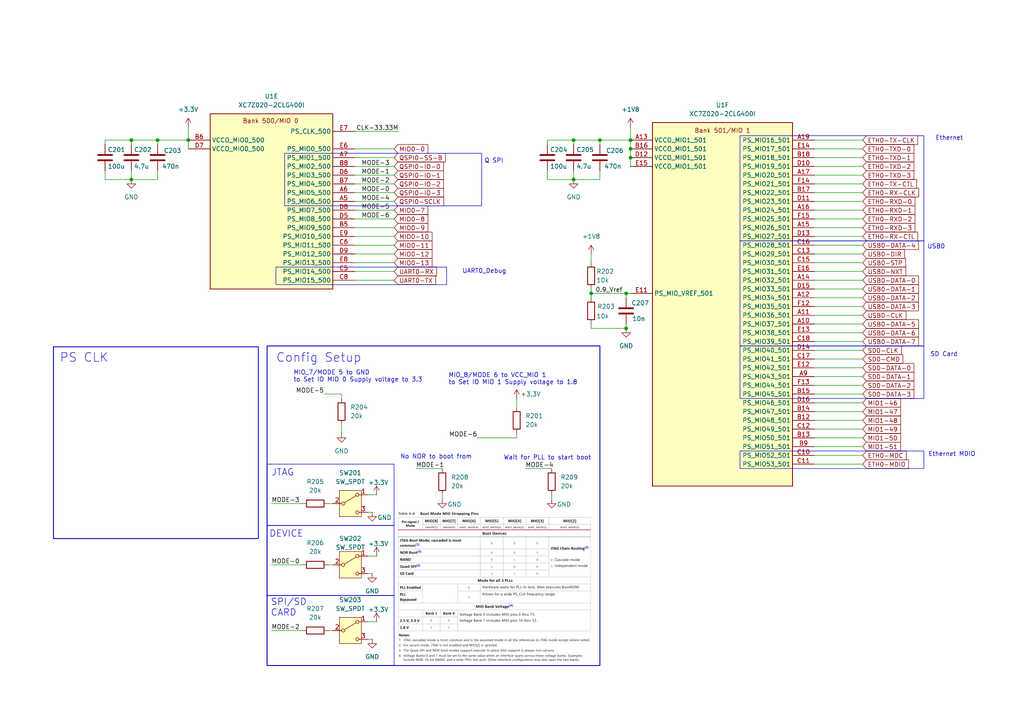
<source format=kicad_sch>
(kicad_sch (version 20250114) (generator "eeschema") (generator_version "9.0")
  (paper "A4")
  (lib_symbols
    (symbol "Device:C" (pin_numbers (hide yes)) (pin_names (offset 0.254))
      (property "Reference" "C" (at 0.635 2.54 0))
      (property "Value" "C" (at 0.635 -2.54 0))
      (symbol "C_1_1"
        (pin passive line (at 0 3.81 270) (length 2.794) (name "~") (number "1"))
        (pin passive line (at 0 -3.81 90) (length 2.794) (name "~") (number "2"))
      )
    )
    (symbol "Device:R" (pin_numbers (hide yes)) (pin_names (offset 0))
      (property "Reference" "R" (at 2.032 0 90))
      (property "Value" "R" (at 0 0 90))
      (symbol "R_1_1"
        (pin passive line (at 0 3.81 270) (length 1.27) (name "~") (number "1"))
        (pin passive line (at 0 -3.81 90) (length 1.27) (name "~") (number "2"))
      )
    )
    (symbol "Switch:SW_SPDT" (pin_names (offset 0) (hide yes))
      (property "Reference" "SW" (at 0 5.08 0))
      (property "Value" "SW_SPDT" (at 0 -5.08 0))
      (symbol "SW_SPDT_1_1"
        (pin passive line (at -5.08 0 0) (length 2.54) (name "B") (number "2"))
        (pin passive line (at 5.08 2.54 180) (length 2.54) (name "A") (number "1"))
        (pin passive line (at 5.08 -2.54 180) (length 2.54) (name "C") (number "3"))
      )
    )
    (symbol "XC7Z020-2CLG400I_1"
      (property "Reference" "U" (at -40.386 17.272 0))
      (property "Value" "XC7Z020-2CLG400I" (at -40.386 14.732 0))
      (symbol "XC7Z020-2CLG400I_1_1_1"
        (text "Config" (at 0 27.686 0) (effects (font (size 1.27 1.27))))
        (pin power_in line (at -21.59 25.4 0) (length 6.35) (name "VCCO_0") (number "K6"))
        (pin power_in line (at -21.59 22.86 0) (length 6.35) (name "VCCBATT_0") (number "F11"))
        (pin power_in line (at -21.59 17.78 0) (length 6.35) (name "VCCADC_0") (number "J9"))
        (pin power_in line (at -21.59 15.24 0) (length 6.35) (name "GNDADC_0") (number "J10"))
        (pin bidirectional line (at -21.59 8.89 0) (length 6.35) (name "RSVDVCC1") (number "T6"))
        (pin bidirectional line (at -21.59 6.35 0) (length 6.35) (name "RSVDVCC2") (number "R6"))
        (pin bidirectional line (at -21.59 3.81 0) (length 6.35) (name "RSVDVCC3") (number "N6"))
        (pin bidirectional line (at -21.59 1.27 0) (length 6.35) (name "RSVDGND") (number "F10"))
        (pin power_in line (at -21.59 -6.35 0) (length 6.35) (name "VN_0") (number "L10"))
        (pin power_in line (at -21.59 -8.89 0) (length 6.35) (name "VP_0") (number "K9"))
        (pin power_in line (at -21.59 -11.43 0) (length 6.35) (name "VREFN_0") (number "K10"))
        (pin power_in line (at -21.59 -13.97 0) (length 6.35) (name "VREFP_0") (number "L9"))
        (pin bidirectional line (at 21.59 25.4 180) (length 6.35) (name "INIT_B_0") (number "R10"))
        (pin bidirectional line (at 21.59 22.86 180) (length 6.35) (name "PROGRAM_B_0") (number "L6"))
        (pin bidirectional line (at 21.59 20.32 180) (length 6.35) (name "DONE_0") (number "R11"))
        (pin bidirectional line (at 21.59 13.97 180) (length 6.35) (name "PS_POR_B_500") (number "C7"))
        (pin bidirectional line (at 21.59 7.62 180) (length 6.35) (name "CFGBVS_0") (number "M6"))
        (pin bidirectional line (at 21.59 2.54 180) (length 6.35) (name "DXP_0") (number "M9"))
        (pin bidirectional line (at 21.59 0 180) (length 6.35) (name "DXN_0") (number "M10"))
        (pin bidirectional line (at 21.59 -5.08 180) (length 6.35) (name "PS_SRST_B_501") (number "B10"))
        (pin bidirectional line (at 21.59 -10.16 180) (length 6.35) (name "TCK_0") (number "F9"))
        (pin bidirectional line (at 21.59 -12.7 180) (length 6.35) (name "TDI_0") (number "G6"))
        (pin bidirectional line (at 21.59 -15.24 180) (length 6.35) (name "TDO_0") (number "F6"))
        (pin bidirectional line (at 21.59 -17.78 180) (length 6.35) (name "TMS_0") (number "J6"))
      )
      (symbol "XC7Z020-2CLG400I_1_2_1"
        (text "Bank 13" (at 0 33.528 0) (effects (font (size 1.27 1.27))))
        (pin power_in line (at -29.21 30.48 0) (length 6.35) (name "VCCO_13") (number "T8"))
        (pin power_in line (at -29.21 27.94 0) (length 6.35) (name "VCCO_13") (number "U11"))
        (pin power_in line (at -29.21 25.4 0) (length 6.35) (name "VCCO_13") (number "W7"))
        (pin power_in line (at -29.21 22.86 0) (length 6.35) (name "VCCO_13") (number "Y10"))
        (pin bidirectional line (at 29.21 30.48 180) (length 6.35) (name "IO_L6N_T0_VREF_13") (number "V5"))
        (pin bidirectional line (at 29.21 27.94 180) (length 6.35) (name "IO_L11N_T1_SRCC_13") (number "V7"))
        (pin bidirectional line (at 29.21 25.4 180) (length 6.35) (name "IO_L11P_T1_SRCC_13") (number "U7"))
        (pin bidirectional line (at 29.21 22.86 180) (length 6.35) (name "IO_L12N_T1_MRCC_13") (number "U10"))
        (pin bidirectional line (at 29.21 20.32 180) (length 6.35) (name "IO_L12P_T1_MRCC_13") (number "T9"))
        (pin bidirectional line (at 29.21 17.78 180) (length 6.35) (name "IO_L13N_T2_MRCC_13") (number "Y6"))
        (pin bidirectional line (at 29.21 15.24 180) (length 6.35) (name "IO_L13P_T2_MRCC_13") (number "Y7"))
        (pin bidirectional line (at 29.21 12.7 180) (length 6.35) (name "IO_L14N_T2_SRCC_13") (number "Y8"))
        (pin bidirectional line (at 29.21 10.16 180) (length 6.35) (name "IO_L14P_T2_SRCC_13") (number "Y9"))
        (pin bidirectional line (at 29.21 7.62 180) (length 6.35) (name "IO_L15N_T2_DQS_13") (number "W8"))
        (pin bidirectional line (at 29.21 5.08 180) (length 6.35) (name "IO_L15P_T2_DQS_13") (number "V8"))
        (pin bidirectional line (at 29.21 2.54 180) (length 6.35) (name "IO_L16P_T2_13") (number "W10"))
        (pin bidirectional line (at 29.21 0 180) (length 6.35) (name "IO_L16N_T2_13") (number "W9"))
        (pin bidirectional line (at 29.21 -2.54 180) (length 6.35) (name "IO_L17P_T2_13") (number "U9"))
        (pin bidirectional line (at 29.21 -5.08 180) (length 6.35) (name "IO_L17N_T2_13") (number "U8"))
        (pin bidirectional line (at 29.21 -7.62 180) (length 6.35) (name "IO_L18P_T2_13") (number "W11"))
        (pin bidirectional line (at 29.21 -10.16 180) (length 6.35) (name "IO_L18N_T2_13") (number "Y11"))
        (pin bidirectional line (at 29.21 -12.7 180) (length 6.35) (name "IO_L19P_T3_13") (number "T5"))
        (pin bidirectional line (at 29.21 -15.24 180) (length 6.35) (name "IO_L19N_T3_VREF_13") (number "U5"))
        (pin bidirectional line (at 29.21 -17.78 180) (length 6.35) (name "IO_L20P_T3_13") (number "Y12"))
        (pin bidirectional line (at 29.21 -20.32 180) (length 6.35) (name "IO_L20N_T3_13") (number "Y13"))
        (pin bidirectional line (at 29.21 -22.86 180) (length 6.35) (name "IO_L21P_T3_DQS_13") (number "V11"))
        (pin bidirectional line (at 29.21 -25.4 180) (length 6.35) (name "IO_L21N_T3_DQS_13") (number "V10"))
        (pin bidirectional line (at 29.21 -27.94 180) (length 6.35) (name "IO_L22P_T3_13") (number "V6"))
        (pin bidirectional line (at 29.21 -30.48 180) (length 6.35) (name "IO_L22N_T3_13") (number "W6"))
      )
      (symbol "XC7Z020-2CLG400I_1_3_1"
        (text "Bank 34" (at 0 64.262 0) (effects (font (size 1.27 1.27))))
        (pin power_in line (at -35.56 60.96 0) (length 6.35) (name "VCCO_34") (number "N19"))
        (pin power_in line (at -35.56 58.42 0) (length 6.35) (name "VCCO_34") (number "R15"))
        (pin power_in line (at -35.56 55.88 0) (length 6.35) (name "VCCO_34") (number "T18"))
        (pin power_in line (at -35.56 53.34 0) (length 6.35) (name "VCCO_34") (number "V14"))
        (pin power_in line (at -35.56 50.8 0) (length 6.35) (name "VCCO_34") (number "W17"))
        (pin power_in line (at -35.56 48.26 0) (length 6.35) (name "VCCO_34") (number "Y20"))
        (pin bidirectional line (at 35.56 60.96 180) (length 6.35) (name "IO_0_34") (number "R19"))
        (pin bidirectional line (at 35.56 58.42 180) (length 6.35) (name "IO_25_34") (number "T19"))
        (pin bidirectional line (at 35.56 55.88 180) (length 6.35) (name "IO_L1P_T0_34") (number "T11"))
        (pin bidirectional line (at 35.56 53.34 180) (length 6.35) (name "IO_L1N_T0_34") (number "T10"))
        (pin bidirectional line (at 35.56 50.8 180) (length 6.35) (name "IO_L2P_T0_34") (number "T12"))
        (pin bidirectional line (at 35.56 48.26 180) (length 6.35) (name "IO_L2N_T0_34") (number "U12"))
        (pin bidirectional line (at 35.56 45.72 180) (length 6.35) (name "IO_L3P_T0_DQS_PUDC_B_34") (number "U13"))
        (pin bidirectional line (at 35.56 43.18 180) (length 6.35) (name "IO_L3N_T0_DQS_34") (number "V13"))
        (pin bidirectional line (at 35.56 40.64 180) (length 6.35) (name "IO_L4P_T0_34") (number "V12"))
        (pin bidirectional line (at 35.56 38.1 180) (length 6.35) (name "IO_L4N_T0_34") (number "W13"))
        (pin bidirectional line (at 35.56 35.56 180) (length 6.35) (name "IO_L5P_T0_34") (number "T14"))
        (pin bidirectional line (at 35.56 33.02 180) (length 6.35) (name "IO_L5N_T0_34") (number "T15"))
        (pin bidirectional line (at 35.56 30.48 180) (length 6.35) (name "IO_L6P_T0_34") (number "P14"))
        (pin bidirectional line (at 35.56 27.94 180) (length 6.35) (name "IO_L6N_T0_VREF_34") (number "R14"))
        (pin bidirectional line (at 35.56 25.4 180) (length 6.35) (name "IO_L7P_T1_34") (number "Y16"))
        (pin bidirectional line (at 35.56 22.86 180) (length 6.35) (name "IO_L7N_T1_34") (number "Y17"))
        (pin bidirectional line (at 35.56 20.32 180) (length 6.35) (name "IO_L8P_T1_34") (number "W14"))
        (pin bidirectional line (at 35.56 17.78 180) (length 6.35) (name "IO_L8N_T1_34") (number "Y14"))
        (pin bidirectional line (at 35.56 15.24 180) (length 6.35) (name "IO_L9P_T1_DQS_34") (number "T16"))
        (pin bidirectional line (at 35.56 12.7 180) (length 6.35) (name "IO_L9N_T1_DQS_34") (number "U17"))
        (pin bidirectional line (at 35.56 10.16 180) (length 6.35) (name "IO_L10P_T1_34") (number "V15"))
        (pin bidirectional line (at 35.56 7.62 180) (length 6.35) (name "IO_L10N_T1_34") (number "W15"))
        (pin bidirectional line (at 35.56 5.08 180) (length 6.35) (name "IO_L11P_T1_SRCC_34") (number "U14"))
        (pin bidirectional line (at 35.56 2.54 180) (length 6.35) (name "IO_L11N_T1_SRCC_34") (number "U15"))
        (pin bidirectional line (at 35.56 0 180) (length 6.35) (name "IO_L12P_T1_MRCC_34") (number "U18"))
        (pin bidirectional line (at 35.56 -2.54 180) (length 6.35) (name "IO_L12N_T1_MRCC_34") (number "U19"))
        (pin bidirectional line (at 35.56 -5.08 180) (length 6.35) (name "IO_L13P_T2_MRCC_34") (number "N18"))
        (pin bidirectional line (at 35.56 -7.62 180) (length 6.35) (name "IO_L13N_T2_MRCC_34") (number "P19"))
        (pin bidirectional line (at 35.56 -10.16 180) (length 6.35) (name "IO_L14P_T2_SRCC_34") (number "N20"))
        (pin bidirectional line (at 35.56 -12.7 180) (length 6.35) (name "IO_L14N_T2_SRCC_34") (number "P20"))
        (pin bidirectional line (at 35.56 -15.24 180) (length 6.35) (name "IO_L15P_T2_DQS_34") (number "T20"))
        (pin bidirectional line (at 35.56 -17.78 180) (length 6.35) (name "IO_L15N_T2_DQS_34") (number "U20"))
        (pin bidirectional line (at 35.56 -20.32 180) (length 6.35) (name "IO_L16P_T2_34") (number "V20"))
        (pin bidirectional line (at 35.56 -22.86 180) (length 6.35) (name "IO_L16N_T2_34") (number "W20"))
        (pin bidirectional line (at 35.56 -25.4 180) (length 6.35) (name "IO_L17P_T2_34") (number "Y18"))
        (pin bidirectional line (at 35.56 -27.94 180) (length 6.35) (name "IO_L17N_T2_34") (number "Y19"))
        (pin bidirectional line (at 35.56 -30.48 180) (length 6.35) (name "IO_L18P_T2_34") (number "V16"))
        (pin bidirectional line (at 35.56 -33.02 180) (length 6.35) (name "IO_L18N_T2_34") (number "W16"))
        (pin bidirectional line (at 35.56 -35.56 180) (length 6.35) (name "IO_L19P_T3_34") (number "R16"))
        (pin bidirectional line (at 35.56 -38.1 180) (length 6.35) (name "IO_L19N_T3_VREF_34") (number "R17"))
        (pin bidirectional line (at 35.56 -40.64 180) (length 6.35) (name "IO_L20P_T3_34") (number "T17"))
        (pin bidirectional line (at 35.56 -43.18 180) (length 6.35) (name "IO_L20N_T3_34") (number "R18"))
        (pin bidirectional line (at 35.56 -45.72 180) (length 6.35) (name "IO_L21P_T3_DQS_34") (number "V17"))
        (pin bidirectional line (at 35.56 -48.26 180) (length 6.35) (name "IO_L21N_T3_DQS_34") (number "V18"))
        (pin bidirectional line (at 35.56 -50.8 180) (length 6.35) (name "IO_L22P_T3_34") (number "W18"))
        (pin bidirectional line (at 35.56 -53.34 180) (length 6.35) (name "IO_L22N_T3_34") (number "W19"))
        (pin bidirectional line (at 35.56 -55.88 180) (length 6.35) (name "IO_L23P_T3_34") (number "N17"))
        (pin bidirectional line (at 35.56 -58.42 180) (length 6.35) (name "IO_L23N_T3_34") (number "P18"))
        (pin bidirectional line (at 35.56 -60.96 180) (length 6.35) (name "IO_L24P_T3_34") (number "P15"))
        (pin bidirectional line (at 35.56 -63.5 180) (length 6.35) (name "IO_L24N_T3_34") (number "P16"))
      )
      (symbol "XC7Z020-2CLG400I_1_4_1"
        (text "Bank 35" (at 0 64.008 0) (effects (font (size 1.27 1.27))))
        (pin power_in line (at -35.56 60.96 0) (length 6.35) (name "VCCO_35") (number "C19"))
        (pin power_in line (at -35.56 58.42 0) (length 6.35) (name "VCCO_35") (number "F18"))
        (pin power_in line (at -35.56 55.88 0) (length 6.35) (name "VCCO_35") (number "H14"))
        (pin power_in line (at -35.56 53.34 0) (length 6.35) (name "VCCO_35") (number "J17"))
        (pin power_in line (at -35.56 50.8 0) (length 6.35) (name "VCCO_35") (number "K20"))
        (pin power_in line (at -35.56 48.26 0) (length 6.35) (name "VCCO_35") (number "M16"))
        (pin bidirectional line (at 35.56 60.96 180) (length 6.35) (name "IO_0_35") (number "G14"))
        (pin bidirectional line (at 35.56 58.42 180) (length 6.35) (name "IO_25_35") (number "J15"))
        (pin bidirectional line (at 35.56 55.88 180) (length 6.35) (name "IO_L1P_T0_AD0P_35") (number "C20"))
        (pin bidirectional line (at 35.56 53.34 180) (length 6.35) (name "IO_L1N_T0_AD0N_35") (number "B20"))
        (pin bidirectional line (at 35.56 50.8 180) (length 6.35) (name "IO_L2P_T0_AD8P_35") (number "B19"))
        (pin bidirectional line (at 35.56 48.26 180) (length 6.35) (name "IO_L2N_T0_AD8N_35") (number "A20"))
        (pin bidirectional line (at 35.56 45.72 180) (length 6.35) (name "IO_L3P_T0_DQS_AD1P_35") (number "E17"))
        (pin bidirectional line (at 35.56 43.18 180) (length 6.35) (name "IO_L3N_T0_DQS_AD1N_35") (number "D18"))
        (pin bidirectional line (at 35.56 40.64 180) (length 6.35) (name "IO_L4P_T0_35") (number "D19"))
        (pin bidirectional line (at 35.56 38.1 180) (length 6.35) (name "IO_L4N_T0_35") (number "D20"))
        (pin bidirectional line (at 35.56 35.56 180) (length 6.35) (name "IO_L5P_T0_AD9P_35") (number "E18"))
        (pin bidirectional line (at 35.56 33.02 180) (length 6.35) (name "IO_L5N_T0_AD9N_35") (number "E19"))
        (pin bidirectional line (at 35.56 30.48 180) (length 6.35) (name "IO_L6P_T0_35") (number "F16"))
        (pin bidirectional line (at 35.56 27.94 180) (length 6.35) (name "IO_L6N_T0_VREF_35") (number "F17"))
        (pin bidirectional line (at 35.56 25.4 180) (length 6.35) (name "IO_L7P_T1_AD2P_35") (number "M19"))
        (pin bidirectional line (at 35.56 22.86 180) (length 6.35) (name "IO_L7N_T1_AD2N_35") (number "M20"))
        (pin bidirectional line (at 35.56 20.32 180) (length 6.35) (name "IO_L8P_T1_AD10P_35") (number "M17"))
        (pin bidirectional line (at 35.56 17.78 180) (length 6.35) (name "IO_L8N_T1_AD10N_35") (number "M18"))
        (pin bidirectional line (at 35.56 15.24 180) (length 6.35) (name "IO_L9P_T1_DQS_AD3P_35") (number "L19"))
        (pin bidirectional line (at 35.56 12.7 180) (length 6.35) (name "IO_L9N_T1_DQS_AD3N_35") (number "L20"))
        (pin bidirectional line (at 35.56 10.16 180) (length 6.35) (name "IO_L10P_T1_AD11P_35") (number "K19"))
        (pin bidirectional line (at 35.56 7.62 180) (length 6.35) (name "IO_L10N_T1_AD11N_35") (number "J19"))
        (pin bidirectional line (at 35.56 5.08 180) (length 6.35) (name "IO_L11P_T1_SRCC_35") (number "L16"))
        (pin bidirectional line (at 35.56 2.54 180) (length 6.35) (name "IO_L11N_T1_SRCC_35") (number "L17"))
        (pin bidirectional line (at 35.56 0 180) (length 6.35) (name "IO_L12P_T1_MRCC_35") (number "K17"))
        (pin bidirectional line (at 35.56 -2.54 180) (length 6.35) (name "IO_L12N_T1_MRCC_35") (number "K18"))
        (pin bidirectional line (at 35.56 -5.08 180) (length 6.35) (name "IO_L13P_T2_MRCC_35") (number "H16"))
        (pin bidirectional line (at 35.56 -7.62 180) (length 6.35) (name "IO_L13N_T2_MRCC_35") (number "H17"))
        (pin bidirectional line (at 35.56 -10.16 180) (length 6.35) (name "IO_L14P_T2_AD4P_SRCC_35") (number "J18"))
        (pin bidirectional line (at 35.56 -12.7 180) (length 6.35) (name "IO_L14N_T2_AD4N_SRCC_35") (number "H18"))
        (pin bidirectional line (at 35.56 -15.24 180) (length 6.35) (name "IO_L15P_T2_DQS_AD12P_35") (number "F19"))
        (pin bidirectional line (at 35.56 -17.78 180) (length 6.35) (name "IO_L15N_T2_DQS_AD12N_35") (number "F20"))
        (pin bidirectional line (at 35.56 -20.32 180) (length 6.35) (name "IO_L16P_T2_35") (number "G17"))
        (pin bidirectional line (at 35.56 -22.86 180) (length 6.35) (name "IO_L16N_T2_35") (number "G18"))
        (pin bidirectional line (at 35.56 -25.4 180) (length 6.35) (name "IO_L17P_T2_AD5P_35") (number "J20"))
        (pin bidirectional line (at 35.56 -27.94 180) (length 6.35) (name "IO_L17N_T2_AD5N_35") (number "H20"))
        (pin bidirectional line (at 35.56 -30.48 180) (length 6.35) (name "IO_L18P_T2_AD13P_35") (number "G19"))
        (pin bidirectional line (at 35.56 -33.02 180) (length 6.35) (name "IO_L18N_T2_AD13N_35") (number "G20"))
        (pin bidirectional line (at 35.56 -35.56 180) (length 6.35) (name "IO_L19P_T3_35") (number "H15"))
        (pin bidirectional line (at 35.56 -38.1 180) (length 6.35) (name "IO_L19N_T3_VREF_35") (number "G15"))
        (pin bidirectional line (at 35.56 -40.64 180) (length 6.35) (name "IO_L20P_T3_AD6P_35") (number "K14"))
        (pin bidirectional line (at 35.56 -43.18 180) (length 6.35) (name "IO_L20N_T3_AD6N_35") (number "J14"))
        (pin bidirectional line (at 35.56 -45.72 180) (length 6.35) (name "IO_L21P_T3_DQS_AD14P_35") (number "N15"))
        (pin bidirectional line (at 35.56 -48.26 180) (length 6.35) (name "IO_L21N_T3_DQS_AD14N_35") (number "N16"))
        (pin bidirectional line (at 35.56 -50.8 180) (length 6.35) (name "IO_L22P_T3_AD7P_35") (number "L14"))
        (pin bidirectional line (at 35.56 -53.34 180) (length 6.35) (name "IO_L22N_T3_AD7N_35") (number "L15"))
        (pin bidirectional line (at 35.56 -55.88 180) (length 6.35) (name "IO_L23P_T3_35") (number "M14"))
        (pin bidirectional line (at 35.56 -58.42 180) (length 6.35) (name "IO_L23N_T3_35") (number "M15"))
        (pin bidirectional line (at 35.56 -60.96 180) (length 6.35) (name "IO_L24P_T3_AD15P_35") (number "K16"))
        (pin bidirectional line (at 35.56 -63.5 180) (length 6.35) (name "IO_L24N_T3_AD15N_35") (number "J16"))
      )
      (symbol "XC7Z020-2CLG400I_1_5_1"
        (text "Bank 500/MIO 0" (at -0.254 24.638 0) (effects (font (size 1.27 1.27))))
        (pin power_in line (at -24.13 19.05 0) (length 6.35) (name "VCCO_MIO0_500") (number "B6"))
        (pin power_in line (at -24.13 16.51 0) (length 6.35) (name "VCCO_MIO0_500") (number "D7"))
        (pin bidirectional line (at 24.13 21.59 180) (length 6.35) (name "PS_CLK_500") (number "E7"))
        (pin bidirectional line (at 24.13 16.51 180) (length 6.35) (name "PS_MIO0_500") (number "E6"))
        (pin bidirectional line (at 24.13 13.97 180) (length 6.35) (name "PS_MIO1_500") (number "A7"))
        (pin bidirectional line (at 24.13 11.43 180) (length 6.35) (name "PS_MIO2_500") (number "B8"))
        (pin bidirectional line (at 24.13 8.89 180) (length 6.35) (name "PS_MIO3_500") (number "D6"))
        (pin bidirectional line (at 24.13 6.35 180) (length 6.35) (name "PS_MIO4_500") (number "B7"))
        (pin bidirectional line (at 24.13 3.81 180) (length 6.35) (name "PS_MIO5_500") (number "A6"))
        (pin bidirectional line (at 24.13 1.27 180) (length 6.35) (name "PS_MIO6_500") (number "A5"))
        (pin bidirectional line (at 24.13 -1.27 180) (length 6.35) (name "PS_MIO7_500") (number "D8"))
        (pin bidirectional line (at 24.13 -3.81 180) (length 6.35) (name "PS_MIO8_500") (number "D5"))
        (pin bidirectional line (at 24.13 -6.35 180) (length 6.35) (name "PS_MIO9_500") (number "B5"))
        (pin bidirectional line (at 24.13 -8.89 180) (length 6.35) (name "PS_MIO10_500") (number "E9"))
        (pin bidirectional line (at 24.13 -11.43 180) (length 6.35) (name "PS_MIO11_500") (number "C6"))
        (pin bidirectional line (at 24.13 -13.97 180) (length 6.35) (name "PS_MIO12_500") (number "D9"))
        (pin bidirectional line (at 24.13 -16.51 180) (length 6.35) (name "PS_MIO13_500") (number "E8"))
        (pin bidirectional line (at 24.13 -19.05 180) (length 6.35) (name "PS_MIO14_500") (number "C5"))
        (pin bidirectional line (at 24.13 -21.59 180) (length 6.35) (name "PS_MIO15_500") (number "C8"))
      )
      (symbol "XC7Z020-2CLG400I_1_6_1"
        (text "Bank 501/MIO 1" (at 0 52.324 0) (effects (font (size 1.27 1.27))))
        (pin power_in line (at -26.67 49.53 0) (length 6.35) (name "VCCO_MIO1_501") (number "A13"))
        (pin power_in line (at -26.67 46.99 0) (length 6.35) (name "VCCO_MIO1_501") (number "B16"))
        (pin power_in line (at -26.67 44.45 0) (length 6.35) (name "VCCO_MIO1_501") (number "D12"))
        (pin power_in line (at -26.67 41.91 0) (length 6.35) (name "VCCO_MIO1_501") (number "E15"))
        (pin power_in line (at -26.67 31.75 0) (length 6.35) (name "PS_MIO_VREF_501") (number "E11"))
        (pin bidirectional line (at 26.67 49.53 180) (length 6.35) (name "PS_MIO16_501") (number "A19"))
        (pin bidirectional line (at 26.67 46.99 180) (length 6.35) (name "PS_MIO17_501") (number "E14"))
        (pin bidirectional line (at 26.67 44.45 180) (length 6.35) (name "PS_MIO18_501") (number "B18"))
        (pin bidirectional line (at 26.67 41.91 180) (length 6.35) (name "PS_MIO19_501") (number "D10"))
        (pin bidirectional line (at 26.67 39.37 180) (length 6.35) (name "PS_MIO20_501") (number "A17"))
        (pin bidirectional line (at 26.67 36.83 180) (length 6.35) (name "PS_MIO21_501") (number "F14"))
        (pin bidirectional line (at 26.67 34.29 180) (length 6.35) (name "PS_MIO22_501") (number "B17"))
        (pin bidirectional line (at 26.67 31.75 180) (length 6.35) (name "PS_MIO23_501") (number "D11"))
        (pin bidirectional line (at 26.67 29.21 180) (length 6.35) (name "PS_MIO24_501") (number "A16"))
        (pin bidirectional line (at 26.67 26.67 180) (length 6.35) (name "PS_MIO25_501") (number "F15"))
        (pin bidirectional line (at 26.67 24.13 180) (length 6.35) (name "PS_MIO26_501") (number "A15"))
        (pin bidirectional line (at 26.67 21.59 180) (length 6.35) (name "PS_MIO27_501") (number "D13"))
        (pin bidirectional line (at 26.67 19.05 180) (length 6.35) (name "PS_MIO28_501") (number "C16"))
        (pin bidirectional line (at 26.67 16.51 180) (length 6.35) (name "PS_MIO29_501") (number "C13"))
        (pin bidirectional line (at 26.67 13.97 180) (length 6.35) (name "PS_MIO30_501") (number "C15"))
        (pin bidirectional line (at 26.67 11.43 180) (length 6.35) (name "PS_MIO31_501") (number "E16"))
        (pin bidirectional line (at 26.67 8.89 180) (length 6.35) (name "PS_MIO32_501") (number "A14"))
        (pin bidirectional line (at 26.67 6.35 180) (length 6.35) (name "PS_MIO33_501") (number "D15"))
        (pin bidirectional line (at 26.67 3.81 180) (length 6.35) (name "PS_MIO34_501") (number "A12"))
        (pin bidirectional line (at 26.67 1.27 180) (length 6.35) (name "PS_MIO35_501") (number "F12"))
        (pin bidirectional line (at 26.67 -1.27 180) (length 6.35) (name "PS_MIO36_501") (number "A11"))
        (pin bidirectional line (at 26.67 -3.81 180) (length 6.35) (name "PS_MIO37_501") (number "A10"))
        (pin bidirectional line (at 26.67 -6.35 180) (length 6.35) (name "PS_MIO38_501") (number "E13"))
        (pin bidirectional line (at 26.67 -8.89 180) (length 6.35) (name "PS_MIO39_501") (number "C18"))
        (pin bidirectional line (at 26.67 -11.43 180) (length 6.35) (name "PS_MIO40_501") (number "D14"))
        (pin bidirectional line (at 26.67 -13.97 180) (length 6.35) (name "PS_MIO41_501") (number "C17"))
        (pin bidirectional line (at 26.67 -16.51 180) (length 6.35) (name "PS_MIO42_501") (number "E12"))
        (pin bidirectional line (at 26.67 -19.05 180) (length 6.35) (name "PS_MIO43_501") (number "A9"))
        (pin bidirectional line (at 26.67 -21.59 180) (length 6.35) (name "PS_MIO44_501") (number "F13"))
        (pin bidirectional line (at 26.67 -24.13 180) (length 6.35) (name "PS_MIO45_501") (number "B15"))
        (pin bidirectional line (at 26.67 -26.67 180) (length 6.35) (name "PS_MIO46_501") (number "D16"))
        (pin bidirectional line (at 26.67 -29.21 180) (length 6.35) (name "PS_MIO47_501") (number "B14"))
        (pin bidirectional line (at 26.67 -31.75 180) (length 6.35) (name "PS_MIO48_501") (number "B12"))
        (pin bidirectional line (at 26.67 -34.29 180) (length 6.35) (name "PS_MIO49_501") (number "C12"))
        (pin bidirectional line (at 26.67 -36.83 180) (length 6.35) (name "PS_MIO50_501") (number "B13"))
        (pin bidirectional line (at 26.67 -39.37 180) (length 6.35) (name "PS_MIO51_501") (number "B9"))
        (pin bidirectional line (at 26.67 -41.91 180) (length 6.35) (name "PS_MIO52_501") (number "C10"))
        (pin bidirectional line (at 26.67 -44.45 180) (length 6.35) (name "PS_MIO53_501") (number "C11"))
      )
      (symbol "XC7Z020-2CLG400I_1_7_1"
        (text "Bank 502/DDR" (at -0.254 57.658 0) (effects (font (size 1.27 1.27))))
        (pin power_in line (at -27.94 54.61 0) (length 6.35) (name "VCCO_DDR_502") (number "A3"))
        (pin power_in line (at -27.94 52.07 0) (length 6.35) (name "VCCO_DDR_502") (number "D2"))
        (pin power_in line (at -27.94 49.53 0) (length 6.35) (name "VCCO_DDR_502") (number "E5"))
        (pin power_in line (at -27.94 46.99 0) (length 6.35) (name "VCCO_DDR_502") (number "G1"))
        (pin power_in line (at -27.94 44.45 0) (length 6.35) (name "VCCO_DDR_502") (number "H4"))
        (pin power_in line (at -27.94 41.91 0) (length 6.35) (name "VCCO_DDR_502") (number "L3"))
        (pin power_in line (at -27.94 39.37 0) (length 6.35) (name "VCCO_DDR_502") (number "P2"))
        (pin power_in line (at -27.94 36.83 0) (length 6.35) (name "VCCO_DDR_502") (number "R5"))
        (pin power_in line (at -27.94 34.29 0) (length 6.35) (name "VCCO_DDR_502") (number "U1"))
        (pin power_in line (at -27.94 31.75 0) (length 6.35) (name "VCCO_DDR_502") (number "V4"))
        (pin power_in line (at -27.94 26.67 0) (length 6.35) (name "PS_DDR_VREF0_502") (number "H6"))
        (pin power_in line (at -27.94 24.13 0) (length 6.35) (name "PS_DDR_VREF1_502") (number "P6"))
        (pin bidirectional line (at -27.94 21.59 0) (length 6.35) (name "PS_DDR_VRN_502") (number "G5"))
        (pin bidirectional line (at -27.94 19.05 0) (length 6.35) (name "PS_DDR_VRP_502") (number "H5"))
        (pin bidirectional line (at -27.94 11.43 0) (length 6.35) (name "PS_DDR_CKP_502") (number "L2"))
        (pin bidirectional line (at -27.94 8.89 0) (length 6.35) (name "PS_DDR_CKN_502") (number "M2"))
        (pin bidirectional line (at -27.94 5.08 0) (length 6.35) (name "PS_DDR_CKE_502") (number "N3"))
        (pin bidirectional line (at -27.94 -5.08 0) (length 6.35) (name "PS_DDR_CAS_B_502") (number "P5"))
        (pin bidirectional line (at -27.94 -7.62 0) (length 6.35) (name "PS_DDR_CS_B_502") (number "N1"))
        (pin bidirectional line (at -27.94 -10.16 0) (length 6.35) (name "PS_DDR_ODT_502") (number "N5"))
        (pin bidirectional line (at -27.94 -12.7 0) (length 6.35) (name "PS_DDR_RAS_B_502") (number "P4"))
        (pin bidirectional line (at -27.94 -15.24 0) (length 6.35) (name "PS_DDR_WE_B_502") (number "M5"))
        (pin bidirectional line (at -27.94 -25.4 0) (length 6.35) (name "PS_DDR_A0_502") (number "N2"))
        (pin bidirectional line (at -27.94 -27.94 0) (length 6.35) (name "PS_DDR_A1_502") (number "K2"))
        (pin bidirectional line (at -27.94 -30.48 0) (length 6.35) (name "PS_DDR_A2_502") (number "M3"))
        (pin bidirectional line (at -27.94 -33.02 0) (length 6.35) (name "PS_DDR_A3_502") (number "K3"))
        (pin bidirectional line (at -27.94 -35.56 0) (length 6.35) (name "PS_DDR_A4_502") (number "M4"))
        (pin bidirectional line (at -27.94 -38.1 0) (length 6.35) (name "PS_DDR_A5_502") (number "L1"))
        (pin bidirectional line (at -27.94 -40.64 0) (length 6.35) (name "PS_DDR_A6_502") (number "L4"))
        (pin bidirectional line (at -27.94 -43.18 0) (length 6.35) (name "PS_DDR_A7_502") (number "K4"))
        (pin bidirectional line (at -27.94 -45.72 0) (length 6.35) (name "PS_DDR_A8_502") (number "K1"))
        (pin bidirectional line (at -27.94 -48.26 0) (length 6.35) (name "PS_DDR_A9_502") (number "J4"))
        (pin bidirectional line (at -27.94 -50.8 0) (length 6.35) (name "PS_DDR_A10_502") (number "F5"))
        (pin bidirectional line (at -27.94 -53.34 0) (length 6.35) (name "PS_DDR_A11_502") (number "G4"))
        (pin bidirectional line (at -27.94 -55.88 0) (length 6.35) (name "PS_DDR_A12_502") (number "E4"))
        (pin bidirectional line (at -27.94 -58.42 0) (length 6.35) (name "PS_DDR_A13_502") (number "D4"))
        (pin bidirectional line (at -27.94 -60.96 0) (length 6.35) (name "PS_DDR_A14_502") (number "F4"))
        (pin bidirectional line (at -27.94 -66.04 0) (length 6.35) (name "PS_DDR_BA0_502") (number "L5"))
        (pin bidirectional line (at -27.94 -68.58 0) (length 6.35) (name "PS_DDR_BA1_502") (number "R4"))
        (pin bidirectional line (at -27.94 -71.12 0) (length 6.35) (name "PS_DDR_BA2_502") (number "J5"))
        (pin bidirectional line (at 27.94 54.61 180) (length 6.35) (name "PS_DDR_DM0_502") (number "A1"))
        (pin bidirectional line (at 27.94 52.07 180) (length 6.35) (name "PS_DDR_DM1_502") (number "F1"))
        (pin bidirectional line (at 27.94 49.53 180) (length 6.35) (name "PS_DDR_DM2_502") (number "T1"))
        (pin bidirectional line (at 27.94 46.99 180) (length 6.35) (name "PS_DDR_DM3_502") (number "Y1"))
        (pin bidirectional line (at 27.94 44.45 180) (length 6.35) (name "PS_DDR_DQ0_502") (number "C3"))
        (pin bidirectional line (at 27.94 41.91 180) (length 6.35) (name "PS_DDR_DQ1_502") (number "B3"))
        (pin bidirectional line (at 27.94 39.37 180) (length 6.35) (name "PS_DDR_DQ2_502") (number "A2"))
        (pin bidirectional line (at 27.94 36.83 180) (length 6.35) (name "PS_DDR_DQ3_502") (number "A4"))
        (pin bidirectional line (at 27.94 34.29 180) (length 6.35) (name "PS_DDR_DQ4_502") (number "D3"))
        (pin bidirectional line (at 27.94 31.75 180) (length 6.35) (name "PS_DDR_DQ5_502") (number "D1"))
        (pin bidirectional line (at 27.94 29.21 180) (length 6.35) (name "PS_DDR_DQ6_502") (number "C1"))
        (pin bidirectional line (at 27.94 26.67 180) (length 6.35) (name "PS_DDR_DQ7_502") (number "E1"))
        (pin bidirectional line (at 27.94 24.13 180) (length 6.35) (name "PS_DDR_DQ8_502") (number "E2"))
        (pin bidirectional line (at 27.94 21.59 180) (length 6.35) (name "PS_DDR_DQ9_502") (number "E3"))
        (pin bidirectional line (at 27.94 19.05 180) (length 6.35) (name "PS_DDR_DQ10_502") (number "G3"))
        (pin bidirectional line (at 27.94 16.51 180) (length 6.35) (name "PS_DDR_DQ11_502") (number "H3"))
        (pin bidirectional line (at 27.94 13.97 180) (length 6.35) (name "PS_DDR_DQ12_502") (number "J3"))
        (pin bidirectional line (at 27.94 11.43 180) (length 6.35) (name "PS_DDR_DQ13_502") (number "H2"))
        (pin bidirectional line (at 27.94 8.89 180) (length 6.35) (name "PS_DDR_DQ14_502") (number "H1"))
        (pin bidirectional line (at 27.94 6.35 180) (length 6.35) (name "PS_DDR_DQ15_502") (number "J1"))
        (pin bidirectional line (at 27.94 3.81 180) (length 6.35) (name "PS_DDR_DQ16_502") (number "P1"))
        (pin bidirectional line (at 27.94 1.27 180) (length 6.35) (name "PS_DDR_DQ17_502") (number "P3"))
        (pin bidirectional line (at 27.94 -1.27 180) (length 6.35) (name "PS_DDR_DQ18_502") (number "R3"))
        (pin bidirectional line (at 27.94 -3.81 180) (length 6.35) (name "PS_DDR_DQ19_502") (number "R1"))
        (pin bidirectional line (at 27.94 -6.35 180) (length 6.35) (name "PS_DDR_DQ20_502") (number "T4"))
        (pin bidirectional line (at 27.94 -8.89 180) (length 6.35) (name "PS_DDR_DQ21_502") (number "U4"))
        (pin bidirectional line (at 27.94 -11.43 180) (length 6.35) (name "PS_DDR_DQ22_502") (number "U2"))
        (pin bidirectional line (at 27.94 -13.97 180) (length 6.35) (name "PS_DDR_DQ23_502") (number "U3"))
        (pin bidirectional line (at 27.94 -16.51 180) (length 6.35) (name "PS_DDR_DQ24_502") (number "V1"))
        (pin bidirectional line (at 27.94 -19.05 180) (length 6.35) (name "PS_DDR_DQ25_502") (number "Y3"))
        (pin bidirectional line (at 27.94 -21.59 180) (length 6.35) (name "PS_DDR_DQ26_502") (number "W1"))
        (pin bidirectional line (at 27.94 -24.13 180) (length 6.35) (name "PS_DDR_DQ27_502") (number "Y4"))
        (pin bidirectional line (at 27.94 -26.67 180) (length 6.35) (name "PS_DDR_DQ28_502") (number "Y2"))
        (pin bidirectional line (at 27.94 -29.21 180) (length 6.35) (name "PS_DDR_DQ29_502") (number "W3"))
        (pin bidirectional line (at 27.94 -31.75 180) (length 6.35) (name "PS_DDR_DQ30_502") (number "V2"))
        (pin bidirectional line (at 27.94 -34.29 180) (length 6.35) (name "PS_DDR_DQ31_502") (number "V3"))
        (pin bidirectional line (at 27.94 -41.91 180) (length 6.35) (name "PS_DDR_DQS_P0_502") (number "C2"))
        (pin bidirectional line (at 27.94 -44.45 180) (length 6.35) (name "PS_DDR_DQS_N0_502") (number "B2"))
        (pin bidirectional line (at 27.94 -48.26 180) (length 6.35) (name "PS_DDR_DQS_P1_502") (number "G2"))
        (pin bidirectional line (at 27.94 -50.8 180) (length 6.35) (name "PS_DDR_DQS_N1_502") (number "F2"))
        (pin bidirectional line (at 27.94 -54.61 180) (length 6.35) (name "PS_DDR_DQS_P2_502") (number "R2"))
        (pin bidirectional line (at 27.94 -57.15 180) (length 6.35) (name "PS_DDR_DQS_N2_502") (number "T2"))
        (pin bidirectional line (at 27.94 -60.96 180) (length 6.35) (name "PS_DDR_DQS_N3_502") (number "W4"))
        (pin bidirectional line (at 27.94 -63.5 180) (length 6.35) (name "PS_DDR_DQS_P3_502") (number "W5"))
        (pin bidirectional line (at 27.94 -71.12 180) (length 6.35) (name "PS_DDR_DRST_B_502") (number "B4"))
      )
      (symbol "XC7Z020-2CLG400I_1_8_1"
        (text "PWR" (at 0 76.962 0) (effects (font (size 1.27 1.27))))
        (pin power_in line (at -16.51 73.66 0) (length 6.35) (name "VCCAUX") (number "J11"))
        (pin power_in line (at -16.51 71.12 0) (length 6.35) (name "VCCAUX") (number "L11"))
        (pin power_in line (at -16.51 68.58 0) (length 6.35) (name "VCCAUX") (number "N9"))
        (pin power_in line (at -16.51 66.04 0) (length 6.35) (name "VCCAUX") (number "P10"))
        (pin power_in line (at -16.51 63.5 0) (length 6.35) (name "VCCAUX") (number "R9"))
        (pin power_in line (at -16.51 60.96 0) (length 6.35) (name "VCCAUX") (number "N11"))
        (pin power_in line (at -16.51 44.45 0) (length 6.35) (name "VCCBRAM") (number "G11"))
        (pin power_in line (at -16.51 41.91 0) (length 6.35) (name "VCCBRAM") (number "H10"))
        (pin power_in line (at -16.51 27.94 0) (length 6.35) (name "VCCINT") (number "G13"))
        (pin power_in line (at -16.51 25.4 0) (length 6.35) (name "VCCINT") (number "H12"))
        (pin power_in line (at -16.51 22.86 0) (length 6.35) (name "VCCINT") (number "J13"))
        (pin power_in line (at -16.51 20.32 0) (length 6.35) (name "VCCINT") (number "K12"))
        (pin power_in line (at -16.51 17.78 0) (length 6.35) (name "VCCINT") (number "L13"))
        (pin power_in line (at -16.51 15.24 0) (length 6.35) (name "VCCINT") (number "M12"))
        (pin power_in line (at -16.51 12.7 0) (length 6.35) (name "VCCINT") (number "N13"))
        (pin power_in line (at -16.51 10.16 0) (length 6.35) (name "VCCINT") (number "P12"))
        (pin power_in line (at -16.51 7.62 0) (length 6.35) (name "VCCINT") (number "R13"))
        (pin power_in line (at -16.51 -6.35 0) (length 6.35) (name "VCCPAUX") (number "G9"))
        (pin power_in line (at -16.51 -8.89 0) (length 6.35) (name "VCCPAUX") (number "F8"))
        (pin power_in line (at -16.51 -11.43 0) (length 6.35) (name "VCCPAUX") (number "H8"))
        (pin power_in line (at -16.51 -13.97 0) (length 6.35) (name "VCCPAUX") (number "K8"))
        (pin power_in line (at -16.51 -16.51 0) (length 6.35) (name "VCCPAUX") (number "M8"))
        (pin power_in line (at -16.51 -29.21 0) (length 6.35) (name "VCCPINT") (number "G7"))
        (pin power_in line (at -16.51 -31.75 0) (length 6.35) (name "VCCPINT") (number "J7"))
        (pin power_in line (at -16.51 -34.29 0) (length 6.35) (name "VCCPINT") (number "L7"))
        (pin power_in line (at -16.51 -36.83 0) (length 6.35) (name "VCCPINT") (number "N7"))
        (pin power_in line (at -16.51 -39.37 0) (length 6.35) (name "VCCPINT") (number "P8"))
        (pin power_in line (at -16.51 -41.91 0) (length 6.35) (name "VCCPINT") (number "R7"))
        (pin power_in line (at -16.51 -58.42 0) (length 6.35) (name "VCCPLL") (number "G8"))
        (pin power_in line (at 16.51 74.93 180) (length 6.35) (name "GND") (number "A8"))
        (pin power_in line (at 16.51 72.39 180) (length 6.35) (name "GND") (number "A18"))
        (pin power_in line (at 16.51 69.85 180) (length 6.35) (name "GND") (number "B1"))
        (pin power_in line (at 16.51 67.31 180) (length 6.35) (name "GND") (number "B11"))
        (pin power_in line (at 16.51 64.77 180) (length 6.35) (name "GND") (number "C4"))
        (pin power_in line (at 16.51 62.23 180) (length 6.35) (name "GND") (number "C14"))
        (pin power_in line (at 16.51 59.69 180) (length 6.35) (name "GND") (number "K11"))
        (pin power_in line (at 16.51 57.15 180) (length 6.35) (name "GND") (number "D17"))
        (pin power_in line (at 16.51 54.61 180) (length 6.35) (name "GND") (number "E10"))
        (pin power_in line (at 16.51 52.07 180) (length 6.35) (name "GND") (number "E20"))
        (pin power_in line (at 16.51 49.53 180) (length 6.35) (name "GND") (number "F3"))
        (pin power_in line (at 16.51 46.99 180) (length 6.35) (name "GND") (number "F7"))
        (pin power_in line (at 16.51 44.45 180) (length 6.35) (name "GND") (number "G10"))
        (pin power_in line (at 16.51 41.91 180) (length 6.35) (name "GND") (number "G12"))
        (pin power_in line (at 16.51 39.37 180) (length 6.35) (name "GND") (number "G16"))
        (pin power_in line (at 16.51 36.83 180) (length 6.35) (name "GND") (number "H7"))
        (pin power_in line (at 16.51 34.29 180) (length 6.35) (name "GND") (number "H9"))
        (pin power_in line (at 16.51 31.75 180) (length 6.35) (name "GND") (number "H11"))
        (pin power_in line (at 16.51 29.21 180) (length 6.35) (name "GND") (number "H13"))
        (pin power_in line (at 16.51 26.67 180) (length 6.35) (name "GND") (number "H19"))
        (pin power_in line (at 16.51 24.13 180) (length 6.35) (name "GND") (number "J2"))
        (pin power_in line (at 16.51 21.59 180) (length 6.35) (name "GND") (number "J8"))
        (pin power_in line (at 16.51 19.05 180) (length 6.35) (name "GND") (number "J12"))
        (pin power_in line (at 16.51 16.51 180) (length 6.35) (name "GND") (number "K5"))
        (pin power_in line (at 16.51 13.97 180) (length 6.35) (name "GND") (number "K7"))
        (pin power_in line (at 16.51 11.43 180) (length 6.35) (name "GND") (number "C9"))
        (pin power_in line (at 16.51 8.89 180) (length 6.35) (name "GND") (number "K13"))
        (pin power_in line (at 16.51 6.35 180) (length 6.35) (name "GND") (number "K15"))
        (pin power_in line (at 16.51 3.81 180) (length 6.35) (name "GND") (number "L8"))
        (pin power_in line (at 16.51 1.27 180) (length 6.35) (name "GND") (number "L12"))
        (pin power_in line (at 16.51 -1.27 180) (length 6.35) (name "GND") (number "L18"))
        (pin power_in line (at 16.51 -3.81 180) (length 6.35) (name "GND") (number "M1"))
        (pin power_in line (at 16.51 -6.35 180) (length 6.35) (name "GND") (number "M7"))
        (pin power_in line (at 16.51 -8.89 180) (length 6.35) (name "GND") (number "M11"))
        (pin power_in line (at 16.51 -11.43 180) (length 6.35) (name "GND") (number "M13"))
        (pin power_in line (at 16.51 -13.97 180) (length 6.35) (name "GND") (number "N4"))
        (pin power_in line (at 16.51 -16.51 180) (length 6.35) (name "GND") (number "N8"))
        (pin power_in line (at 16.51 -19.05 180) (length 6.35) (name "GND") (number "N10"))
        (pin power_in line (at 16.51 -21.59 180) (length 6.35) (name "GND") (number "N12"))
        (pin power_in line (at 16.51 -24.13 180) (length 6.35) (name "GND") (number "N14"))
        (pin power_in line (at 16.51 -26.67 180) (length 6.35) (name "GND") (number "P7"))
        (pin power_in line (at 16.51 -29.21 180) (length 6.35) (name "GND") (number "P9"))
        (pin power_in line (at 16.51 -31.75 180) (length 6.35) (name "GND") (number "P11"))
        (pin power_in line (at 16.51 -34.29 180) (length 6.35) (name "GND") (number "P13"))
        (pin power_in line (at 16.51 -36.83 180) (length 6.35) (name "GND") (number "P17"))
        (pin power_in line (at 16.51 -39.37 180) (length 6.35) (name "GND") (number "R8"))
        (pin power_in line (at 16.51 -41.91 180) (length 6.35) (name "GND") (number "R12"))
        (pin power_in line (at 16.51 -44.45 180) (length 6.35) (name "GND") (number "R20"))
        (pin power_in line (at 16.51 -46.99 180) (length 6.35) (name "GND") (number "T3"))
        (pin power_in line (at 16.51 -49.53 180) (length 6.35) (name "GND") (number "T7"))
        (pin power_in line (at 16.51 -52.07 180) (length 6.35) (name "GND") (number "T13"))
        (pin power_in line (at 16.51 -54.61 180) (length 6.35) (name "GND") (number "U6"))
        (pin power_in line (at 16.51 -57.15 180) (length 6.35) (name "GND") (number "U16"))
        (pin power_in line (at 16.51 -59.69 180) (length 6.35) (name "GND") (number "V9"))
        (pin power_in line (at 16.51 -62.23 180) (length 6.35) (name "GND") (number "V19"))
        (pin power_in line (at 16.51 -64.77 180) (length 6.35) (name "GND") (number "W2"))
        (pin power_in line (at 16.51 -67.31 180) (length 6.35) (name "GND") (number "W12"))
        (pin power_in line (at 16.51 -69.85 180) (length 6.35) (name "GND") (number "Y5"))
        (pin power_in line (at 16.51 -72.39 180) (length 6.35) (name "GND") (number "Y15"))
      )
    )
    (symbol "power:+1V8" (power) (pin_numbers (hide yes)) (pin_names (offset 0) (hide yes))
      (property "Value" "+1V8" (at 0 3.556 0))
      (symbol "+1V8_1_1"
        (pin power_in line (at 0 0 90) (length 0) (name "~") (number "1"))
      )
    )
    (symbol "power:+3.3V" (power) (pin_numbers (hide yes)) (pin_names (offset 0) (hide yes))
      (property "Value" "+3.3V" (at 0 3.556 0))
      (symbol "+3.3V_1_1"
        (pin power_in line (at 0 0 90) (length 0) (name "~") (number "1"))
      )
    )
    (symbol "power:GND" (power) (pin_numbers (hide yes)) (pin_names (offset 0) (hide yes))
      (property "Value" "GND" (at 0 -3.81 0))
      (symbol "GND_1_1"
        (pin power_in line (at 0 0 270) (length 0) (name "~") (number "1"))
      )
    )
    (symbol "zynq:XC7Z020-2CLG400I"
      (property "Reference" "U" (at -40.386 17.272 0))
      (property "Value" "XC7Z020-2CLG400I" (at -40.386 14.732 0))
      (symbol "XC7Z020-2CLG400I_1_1"
        (text "Config" (at 0 27.686 0) (effects (font (size 1.27 1.27))))
        (pin power_in line (at -21.59 25.4 0) (length 6.35) (name "VCCO_0") (number "K6"))
        (pin power_in line (at -21.59 22.86 0) (length 6.35) (name "VCCBATT_0") (number "F11"))
        (pin power_in line (at -21.59 17.78 0) (length 6.35) (name "VCCADC_0") (number "J9"))
        (pin power_in line (at -21.59 15.24 0) (length 6.35) (name "GNDADC_0") (number "J10"))
        (pin bidirectional line (at -21.59 8.89 0) (length 6.35) (name "RSVDVCC1") (number "T6"))
        (pin bidirectional line (at -21.59 6.35 0) (length 6.35) (name "RSVDVCC2") (number "R6"))
        (pin bidirectional line (at -21.59 3.81 0) (length 6.35) (name "RSVDVCC3") (number "N6"))
        (pin bidirectional line (at -21.59 1.27 0) (length 6.35) (name "RSVDGND") (number "F10"))
        (pin power_in line (at -21.59 -6.35 0) (length 6.35) (name "VN_0") (number "L10"))
        (pin power_in line (at -21.59 -8.89 0) (length 6.35) (name "VP_0") (number "K9"))
        (pin power_in line (at -21.59 -11.43 0) (length 6.35) (name "VREFN_0") (number "K10"))
        (pin power_in line (at -21.59 -13.97 0) (length 6.35) (name "VREFP_0") (number "L9"))
        (pin bidirectional line (at 21.59 25.4 180) (length 6.35) (name "INIT_B_0") (number "R10"))
        (pin bidirectional line (at 21.59 22.86 180) (length 6.35) (name "PROGRAM_B_0") (number "L6"))
        (pin bidirectional line (at 21.59 20.32 180) (length 6.35) (name "DONE_0") (number "R11"))
        (pin bidirectional line (at 21.59 13.97 180) (length 6.35) (name "PS_POR_B_500") (number "C7"))
        (pin bidirectional line (at 21.59 7.62 180) (length 6.35) (name "CFGBVS_0") (number "M6"))
        (pin bidirectional line (at 21.59 2.54 180) (length 6.35) (name "DXP_0") (number "M9"))
        (pin bidirectional line (at 21.59 0 180) (length 6.35) (name "DXN_0") (number "M10"))
        (pin bidirectional line (at 21.59 -5.08 180) (length 6.35) (name "PS_SRST_B_501") (number "B10"))
        (pin bidirectional line (at 21.59 -10.16 180) (length 6.35) (name "TCK_0") (number "F9"))
        (pin bidirectional line (at 21.59 -12.7 180) (length 6.35) (name "TDI_0") (number "G6"))
        (pin bidirectional line (at 21.59 -15.24 180) (length 6.35) (name "TDO_0") (number "F6"))
        (pin bidirectional line (at 21.59 -17.78 180) (length 6.35) (name "TMS_0") (number "J6"))
      )
      (symbol "XC7Z020-2CLG400I_2_1"
        (text "Bank 13" (at 0 33.528 0) (effects (font (size 1.27 1.27))))
        (pin power_in line (at -29.21 30.48 0) (length 6.35) (name "VCCO_13") (number "T8"))
        (pin power_in line (at -29.21 27.94 0) (length 6.35) (name "VCCO_13") (number "U11"))
        (pin power_in line (at -29.21 25.4 0) (length 6.35) (name "VCCO_13") (number "W7"))
        (pin power_in line (at -29.21 22.86 0) (length 6.35) (name "VCCO_13") (number "Y10"))
        (pin bidirectional line (at 29.21 30.48 180) (length 6.35) (name "IO_L6N_T0_VREF_13") (number "V5"))
        (pin bidirectional line (at 29.21 27.94 180) (length 6.35) (name "IO_L11N_T1_SRCC_13") (number "V7"))
        (pin bidirectional line (at 29.21 25.4 180) (length 6.35) (name "IO_L11P_T1_SRCC_13") (number "U7"))
        (pin bidirectional line (at 29.21 22.86 180) (length 6.35) (name "IO_L12N_T1_MRCC_13") (number "U10"))
        (pin bidirectional line (at 29.21 20.32 180) (length 6.35) (name "IO_L12P_T1_MRCC_13") (number "T9"))
        (pin bidirectional line (at 29.21 17.78 180) (length 6.35) (name "IO_L13N_T2_MRCC_13") (number "Y6"))
        (pin bidirectional line (at 29.21 15.24 180) (length 6.35) (name "IO_L13P_T2_MRCC_13") (number "Y7"))
        (pin bidirectional line (at 29.21 12.7 180) (length 6.35) (name "IO_L14N_T2_SRCC_13") (number "Y8"))
        (pin bidirectional line (at 29.21 10.16 180) (length 6.35) (name "IO_L14P_T2_SRCC_13") (number "Y9"))
        (pin bidirectional line (at 29.21 7.62 180) (length 6.35) (name "IO_L15N_T2_DQS_13") (number "W8"))
        (pin bidirectional line (at 29.21 5.08 180) (length 6.35) (name "IO_L15P_T2_DQS_13") (number "V8"))
        (pin bidirectional line (at 29.21 2.54 180) (length 6.35) (name "IO_L16P_T2_13") (number "W10"))
        (pin bidirectional line (at 29.21 0 180) (length 6.35) (name "IO_L16N_T2_13") (number "W9"))
        (pin bidirectional line (at 29.21 -2.54 180) (length 6.35) (name "IO_L17P_T2_13") (number "U9"))
        (pin bidirectional line (at 29.21 -5.08 180) (length 6.35) (name "IO_L17N_T2_13") (number "U8"))
        (pin bidirectional line (at 29.21 -7.62 180) (length 6.35) (name "IO_L18P_T2_13") (number "W11"))
        (pin bidirectional line (at 29.21 -10.16 180) (length 6.35) (name "IO_L18N_T2_13") (number "Y11"))
        (pin bidirectional line (at 29.21 -12.7 180) (length 6.35) (name "IO_L19P_T3_13") (number "T5"))
        (pin bidirectional line (at 29.21 -15.24 180) (length 6.35) (name "IO_L19N_T3_VREF_13") (number "U5"))
        (pin bidirectional line (at 29.21 -17.78 180) (length 6.35) (name "IO_L20P_T3_13") (number "Y12"))
        (pin bidirectional line (at 29.21 -20.32 180) (length 6.35) (name "IO_L20N_T3_13") (number "Y13"))
        (pin bidirectional line (at 29.21 -22.86 180) (length 6.35) (name "IO_L21P_T3_DQS_13") (number "V11"))
        (pin bidirectional line (at 29.21 -25.4 180) (length 6.35) (name "IO_L21N_T3_DQS_13") (number "V10"))
        (pin bidirectional line (at 29.21 -27.94 180) (length 6.35) (name "IO_L22P_T3_13") (number "V6"))
        (pin bidirectional line (at 29.21 -30.48 180) (length 6.35) (name "IO_L22N_T3_13") (number "W6"))
      )
      (symbol "XC7Z020-2CLG400I_3_1"
        (text "Bank 34" (at 0 64.262 0) (effects (font (size 1.27 1.27))))
        (pin power_in line (at -35.56 60.96 0) (length 6.35) (name "VCCO_34") (number "N19"))
        (pin power_in line (at -35.56 58.42 0) (length 6.35) (name "VCCO_34") (number "R15"))
        (pin power_in line (at -35.56 55.88 0) (length 6.35) (name "VCCO_34") (number "T18"))
        (pin power_in line (at -35.56 53.34 0) (length 6.35) (name "VCCO_34") (number "V14"))
        (pin power_in line (at -35.56 50.8 0) (length 6.35) (name "VCCO_34") (number "W17"))
        (pin power_in line (at -35.56 48.26 0) (length 6.35) (name "VCCO_34") (number "Y20"))
        (pin bidirectional line (at 35.56 60.96 180) (length 6.35) (name "IO_0_34") (number "R19"))
        (pin bidirectional line (at 35.56 58.42 180) (length 6.35) (name "IO_25_34") (number "T19"))
        (pin bidirectional line (at 35.56 55.88 180) (length 6.35) (name "IO_L1P_T0_34") (number "T11"))
        (pin bidirectional line (at 35.56 53.34 180) (length 6.35) (name "IO_L1N_T0_34") (number "T10"))
        (pin bidirectional line (at 35.56 50.8 180) (length 6.35) (name "IO_L2P_T0_34") (number "T12"))
        (pin bidirectional line (at 35.56 48.26 180) (length 6.35) (name "IO_L2N_T0_34") (number "U12"))
        (pin bidirectional line (at 35.56 45.72 180) (length 6.35) (name "IO_L3P_T0_DQS_PUDC_B_34") (number "U13"))
        (pin bidirectional line (at 35.56 43.18 180) (length 6.35) (name "IO_L3N_T0_DQS_34") (number "V13"))
        (pin bidirectional line (at 35.56 40.64 180) (length 6.35) (name "IO_L4P_T0_34") (number "V12"))
        (pin bidirectional line (at 35.56 38.1 180) (length 6.35) (name "IO_L4N_T0_34") (number "W13"))
        (pin bidirectional line (at 35.56 35.56 180) (length 6.35) (name "IO_L5P_T0_34") (number "T14"))
        (pin bidirectional line (at 35.56 33.02 180) (length 6.35) (name "IO_L5N_T0_34") (number "T15"))
        (pin bidirectional line (at 35.56 30.48 180) (length 6.35) (name "IO_L6P_T0_34") (number "P14"))
        (pin bidirectional line (at 35.56 27.94 180) (length 6.35) (name "IO_L6N_T0_VREF_34") (number "R14"))
        (pin bidirectional line (at 35.56 25.4 180) (length 6.35) (name "IO_L7P_T1_34") (number "Y16"))
        (pin bidirectional line (at 35.56 22.86 180) (length 6.35) (name "IO_L7N_T1_34") (number "Y17"))
        (pin bidirectional line (at 35.56 20.32 180) (length 6.35) (name "IO_L8P_T1_34") (number "W14"))
        (pin bidirectional line (at 35.56 17.78 180) (length 6.35) (name "IO_L8N_T1_34") (number "Y14"))
        (pin bidirectional line (at 35.56 15.24 180) (length 6.35) (name "IO_L9P_T1_DQS_34") (number "T16"))
        (pin bidirectional line (at 35.56 12.7 180) (length 6.35) (name "IO_L9N_T1_DQS_34") (number "U17"))
        (pin bidirectional line (at 35.56 10.16 180) (length 6.35) (name "IO_L10P_T1_34") (number "V15"))
        (pin bidirectional line (at 35.56 7.62 180) (length 6.35) (name "IO_L10N_T1_34") (number "W15"))
        (pin bidirectional line (at 35.56 5.08 180) (length 6.35) (name "IO_L11P_T1_SRCC_34") (number "U14"))
        (pin bidirectional line (at 35.56 2.54 180) (length 6.35) (name "IO_L11N_T1_SRCC_34") (number "U15"))
        (pin bidirectional line (at 35.56 0 180) (length 6.35) (name "IO_L12P_T1_MRCC_34") (number "U18"))
        (pin bidirectional line (at 35.56 -2.54 180) (length 6.35) (name "IO_L12N_T1_MRCC_34") (number "U19"))
        (pin bidirectional line (at 35.56 -5.08 180) (length 6.35) (name "IO_L13P_T2_MRCC_34") (number "N18"))
        (pin bidirectional line (at 35.56 -7.62 180) (length 6.35) (name "IO_L13N_T2_MRCC_34") (number "P19"))
        (pin bidirectional line (at 35.56 -10.16 180) (length 6.35) (name "IO_L14P_T2_SRCC_34") (number "N20"))
        (pin bidirectional line (at 35.56 -12.7 180) (length 6.35) (name "IO_L14N_T2_SRCC_34") (number "P20"))
        (pin bidirectional line (at 35.56 -15.24 180) (length 6.35) (name "IO_L15P_T2_DQS_34") (number "T20"))
        (pin bidirectional line (at 35.56 -17.78 180) (length 6.35) (name "IO_L15N_T2_DQS_34") (number "U20"))
        (pin bidirectional line (at 35.56 -20.32 180) (length 6.35) (name "IO_L16P_T2_34") (number "V20"))
        (pin bidirectional line (at 35.56 -22.86 180) (length 6.35) (name "IO_L16N_T2_34") (number "W20"))
        (pin bidirectional line (at 35.56 -25.4 180) (length 6.35) (name "IO_L17P_T2_34") (number "Y18"))
        (pin bidirectional line (at 35.56 -27.94 180) (length 6.35) (name "IO_L17N_T2_34") (number "Y19"))
        (pin bidirectional line (at 35.56 -30.48 180) (length 6.35) (name "IO_L18P_T2_34") (number "V16"))
        (pin bidirectional line (at 35.56 -33.02 180) (length 6.35) (name "IO_L18N_T2_34") (number "W16"))
        (pin bidirectional line (at 35.56 -35.56 180) (length 6.35) (name "IO_L19P_T3_34") (number "R16"))
        (pin bidirectional line (at 35.56 -38.1 180) (length 6.35) (name "IO_L19N_T3_VREF_34") (number "R17"))
        (pin bidirectional line (at 35.56 -40.64 180) (length 6.35) (name "IO_L20P_T3_34") (number "T17"))
        (pin bidirectional line (at 35.56 -43.18 180) (length 6.35) (name "IO_L20N_T3_34") (number "R18"))
        (pin bidirectional line (at 35.56 -45.72 180) (length 6.35) (name "IO_L21P_T3_DQS_34") (number "V17"))
        (pin bidirectional line (at 35.56 -48.26 180) (length 6.35) (name "IO_L21N_T3_DQS_34") (number "V18"))
        (pin bidirectional line (at 35.56 -50.8 180) (length 6.35) (name "IO_L22P_T3_34") (number "W18"))
        (pin bidirectional line (at 35.56 -53.34 180) (length 6.35) (name "IO_L22N_T3_34") (number "W19"))
        (pin bidirectional line (at 35.56 -55.88 180) (length 6.35) (name "IO_L23P_T3_34") (number "N17"))
        (pin bidirectional line (at 35.56 -58.42 180) (length 6.35) (name "IO_L23N_T3_34") (number "P18"))
        (pin bidirectional line (at 35.56 -60.96 180) (length 6.35) (name "IO_L24P_T3_34") (number "P15"))
        (pin bidirectional line (at 35.56 -63.5 180) (length 6.35) (name "IO_L24N_T3_34") (number "P16"))
      )
      (symbol "XC7Z020-2CLG400I_4_1"
        (text "Bank 35" (at 0 64.008 0) (effects (font (size 1.27 1.27))))
        (pin power_in line (at -35.56 60.96 0) (length 6.35) (name "VCCO_35") (number "C19"))
        (pin power_in line (at -35.56 58.42 0) (length 6.35) (name "VCCO_35") (number "F18"))
        (pin power_in line (at -35.56 55.88 0) (length 6.35) (name "VCCO_35") (number "H14"))
        (pin power_in line (at -35.56 53.34 0) (length 6.35) (name "VCCO_35") (number "J17"))
        (pin power_in line (at -35.56 50.8 0) (length 6.35) (name "VCCO_35") (number "K20"))
        (pin power_in line (at -35.56 48.26 0) (length 6.35) (name "VCCO_35") (number "M16"))
        (pin bidirectional line (at 35.56 60.96 180) (length 6.35) (name "IO_0_35") (number "G14"))
        (pin bidirectional line (at 35.56 58.42 180) (length 6.35) (name "IO_25_35") (number "J15"))
        (pin bidirectional line (at 35.56 55.88 180) (length 6.35) (name "IO_L1P_T0_AD0P_35") (number "C20"))
        (pin bidirectional line (at 35.56 53.34 180) (length 6.35) (name "IO_L1N_T0_AD0N_35") (number "B20"))
        (pin bidirectional line (at 35.56 50.8 180) (length 6.35) (name "IO_L2P_T0_AD8P_35") (number "B19"))
        (pin bidirectional line (at 35.56 48.26 180) (length 6.35) (name "IO_L2N_T0_AD8N_35") (number "A20"))
        (pin bidirectional line (at 35.56 45.72 180) (length 6.35) (name "IO_L3P_T0_DQS_AD1P_35") (number "E17"))
        (pin bidirectional line (at 35.56 43.18 180) (length 6.35) (name "IO_L3N_T0_DQS_AD1N_35") (number "D18"))
        (pin bidirectional line (at 35.56 40.64 180) (length 6.35) (name "IO_L4P_T0_35") (number "D19"))
        (pin bidirectional line (at 35.56 38.1 180) (length 6.35) (name "IO_L4N_T0_35") (number "D20"))
        (pin bidirectional line (at 35.56 35.56 180) (length 6.35) (name "IO_L5P_T0_AD9P_35") (number "E18"))
        (pin bidirectional line (at 35.56 33.02 180) (length 6.35) (name "IO_L5N_T0_AD9N_35") (number "E19"))
        (pin bidirectional line (at 35.56 30.48 180) (length 6.35) (name "IO_L6P_T0_35") (number "F16"))
        (pin bidirectional line (at 35.56 27.94 180) (length 6.35) (name "IO_L6N_T0_VREF_35") (number "F17"))
        (pin bidirectional line (at 35.56 25.4 180) (length 6.35) (name "IO_L7P_T1_AD2P_35") (number "M19"))
        (pin bidirectional line (at 35.56 22.86 180) (length 6.35) (name "IO_L7N_T1_AD2N_35") (number "M20"))
        (pin bidirectional line (at 35.56 20.32 180) (length 6.35) (name "IO_L8P_T1_AD10P_35") (number "M17"))
        (pin bidirectional line (at 35.56 17.78 180) (length 6.35) (name "IO_L8N_T1_AD10N_35") (number "M18"))
        (pin bidirectional line (at 35.56 15.24 180) (length 6.35) (name "IO_L9P_T1_DQS_AD3P_35") (number "L19"))
        (pin bidirectional line (at 35.56 12.7 180) (length 6.35) (name "IO_L9N_T1_DQS_AD3N_35") (number "L20"))
        (pin bidirectional line (at 35.56 10.16 180) (length 6.35) (name "IO_L10P_T1_AD11P_35") (number "K19"))
        (pin bidirectional line (at 35.56 7.62 180) (length 6.35) (name "IO_L10N_T1_AD11N_35") (number "J19"))
        (pin bidirectional line (at 35.56 5.08 180) (length 6.35) (name "IO_L11P_T1_SRCC_35") (number "L16"))
        (pin bidirectional line (at 35.56 2.54 180) (length 6.35) (name "IO_L11N_T1_SRCC_35") (number "L17"))
        (pin bidirectional line (at 35.56 0 180) (length 6.35) (name "IO_L12P_T1_MRCC_35") (number "K17"))
        (pin bidirectional line (at 35.56 -2.54 180) (length 6.35) (name "IO_L12N_T1_MRCC_35") (number "K18"))
        (pin bidirectional line (at 35.56 -5.08 180) (length 6.35) (name "IO_L13P_T2_MRCC_35") (number "H16"))
        (pin bidirectional line (at 35.56 -7.62 180) (length 6.35) (name "IO_L13N_T2_MRCC_35") (number "H17"))
        (pin bidirectional line (at 35.56 -10.16 180) (length 6.35) (name "IO_L14P_T2_AD4P_SRCC_35") (number "J18"))
        (pin bidirectional line (at 35.56 -12.7 180) (length 6.35) (name "IO_L14N_T2_AD4N_SRCC_35") (number "H18"))
        (pin bidirectional line (at 35.56 -15.24 180) (length 6.35) (name "IO_L15P_T2_DQS_AD12P_35") (number "F19"))
        (pin bidirectional line (at 35.56 -17.78 180) (length 6.35) (name "IO_L15N_T2_DQS_AD12N_35") (number "F20"))
        (pin bidirectional line (at 35.56 -20.32 180) (length 6.35) (name "IO_L16P_T2_35") (number "G17"))
        (pin bidirectional line (at 35.56 -22.86 180) (length 6.35) (name "IO_L16N_T2_35") (number "G18"))
        (pin bidirectional line (at 35.56 -25.4 180) (length 6.35) (name "IO_L17P_T2_AD5P_35") (number "J20"))
        (pin bidirectional line (at 35.56 -27.94 180) (length 6.35) (name "IO_L17N_T2_AD5N_35") (number "H20"))
        (pin bidirectional line (at 35.56 -30.48 180) (length 6.35) (name "IO_L18P_T2_AD13P_35") (number "G19"))
        (pin bidirectional line (at 35.56 -33.02 180) (length 6.35) (name "IO_L18N_T2_AD13N_35") (number "G20"))
        (pin bidirectional line (at 35.56 -35.56 180) (length 6.35) (name "IO_L19P_T3_35") (number "H15"))
        (pin bidirectional line (at 35.56 -38.1 180) (length 6.35) (name "IO_L19N_T3_VREF_35") (number "G15"))
        (pin bidirectional line (at 35.56 -40.64 180) (length 6.35) (name "IO_L20P_T3_AD6P_35") (number "K14"))
        (pin bidirectional line (at 35.56 -43.18 180) (length 6.35) (name "IO_L20N_T3_AD6N_35") (number "J14"))
        (pin bidirectional line (at 35.56 -45.72 180) (length 6.35) (name "IO_L21P_T3_DQS_AD14P_35") (number "N15"))
        (pin bidirectional line (at 35.56 -48.26 180) (length 6.35) (name "IO_L21N_T3_DQS_AD14N_35") (number "N16"))
        (pin bidirectional line (at 35.56 -50.8 180) (length 6.35) (name "IO_L22P_T3_AD7P_35") (number "L14"))
        (pin bidirectional line (at 35.56 -53.34 180) (length 6.35) (name "IO_L22N_T3_AD7N_35") (number "L15"))
        (pin bidirectional line (at 35.56 -55.88 180) (length 6.35) (name "IO_L23P_T3_35") (number "M14"))
        (pin bidirectional line (at 35.56 -58.42 180) (length 6.35) (name "IO_L23N_T3_35") (number "M15"))
        (pin bidirectional line (at 35.56 -60.96 180) (length 6.35) (name "IO_L24P_T3_AD15P_35") (number "K16"))
        (pin bidirectional line (at 35.56 -63.5 180) (length 6.35) (name "IO_L24N_T3_AD15N_35") (number "J16"))
      )
      (symbol "XC7Z020-2CLG400I_5_1"
        (text "Bank 500/MIO 0" (at -0.254 24.638 0) (effects (font (size 1.27 1.27))))
        (pin power_in line (at -24.13 19.05 0) (length 6.35) (name "VCCO_MIO0_500") (number "B6"))
        (pin power_in line (at -24.13 16.51 0) (length 6.35) (name "VCCO_MIO0_500") (number "D7"))
        (pin bidirectional line (at 24.13 21.59 180) (length 6.35) (name "PS_CLK_500") (number "E7"))
        (pin bidirectional line (at 24.13 16.51 180) (length 6.35) (name "PS_MIO0_500") (number "E6"))
        (pin bidirectional line (at 24.13 13.97 180) (length 6.35) (name "PS_MIO1_500") (number "A7"))
        (pin bidirectional line (at 24.13 11.43 180) (length 6.35) (name "PS_MIO2_500") (number "B8"))
        (pin bidirectional line (at 24.13 8.89 180) (length 6.35) (name "PS_MIO3_500") (number "D6"))
        (pin bidirectional line (at 24.13 6.35 180) (length 6.35) (name "PS_MIO4_500") (number "B7"))
        (pin bidirectional line (at 24.13 3.81 180) (length 6.35) (name "PS_MIO5_500") (number "A6"))
        (pin bidirectional line (at 24.13 1.27 180) (length 6.35) (name "PS_MIO6_500") (number "A5"))
        (pin bidirectional line (at 24.13 -1.27 180) (length 6.35) (name "PS_MIO7_500") (number "D8"))
        (pin bidirectional line (at 24.13 -3.81 180) (length 6.35) (name "PS_MIO8_500") (number "D5"))
        (pin bidirectional line (at 24.13 -6.35 180) (length 6.35) (name "PS_MIO9_500") (number "B5"))
        (pin bidirectional line (at 24.13 -8.89 180) (length 6.35) (name "PS_MIO10_500") (number "E9"))
        (pin bidirectional line (at 24.13 -11.43 180) (length 6.35) (name "PS_MIO11_500") (number "C6"))
        (pin bidirectional line (at 24.13 -13.97 180) (length 6.35) (name "PS_MIO12_500") (number "D9"))
        (pin bidirectional line (at 24.13 -16.51 180) (length 6.35) (name "PS_MIO13_500") (number "E8"))
        (pin bidirectional line (at 24.13 -19.05 180) (length 6.35) (name "PS_MIO14_500") (number "C5"))
        (pin bidirectional line (at 24.13 -21.59 180) (length 6.35) (name "PS_MIO15_500") (number "C8"))
      )
      (symbol "XC7Z020-2CLG400I_6_1"
        (text "Bank 501/MIO 1" (at 0 52.324 0) (effects (font (size 1.27 1.27))))
        (pin power_in line (at -26.67 49.53 0) (length 6.35) (name "VCCO_MIO1_501") (number "A13"))
        (pin power_in line (at -26.67 46.99 0) (length 6.35) (name "VCCO_MIO1_501") (number "B16"))
        (pin power_in line (at -26.67 44.45 0) (length 6.35) (name "VCCO_MIO1_501") (number "D12"))
        (pin power_in line (at -26.67 41.91 0) (length 6.35) (name "VCCO_MIO1_501") (number "E15"))
        (pin power_in line (at -26.67 5.08 0) (length 6.35) (name "PS_MIO_VREF_501") (number "E11"))
        (pin bidirectional line (at 26.67 49.53 180) (length 6.35) (name "PS_MIO16_501") (number "A19"))
        (pin bidirectional line (at 26.67 46.99 180) (length 6.35) (name "PS_MIO17_501") (number "E14"))
        (pin bidirectional line (at 26.67 44.45 180) (length 6.35) (name "PS_MIO18_501") (number "B18"))
        (pin bidirectional line (at 26.67 41.91 180) (length 6.35) (name "PS_MIO19_501") (number "D10"))
        (pin bidirectional line (at 26.67 39.37 180) (length 6.35) (name "PS_MIO20_501") (number "A17"))
        (pin bidirectional line (at 26.67 36.83 180) (length 6.35) (name "PS_MIO21_501") (number "F14"))
        (pin bidirectional line (at 26.67 34.29 180) (length 6.35) (name "PS_MIO22_501") (number "B17"))
        (pin bidirectional line (at 26.67 31.75 180) (length 6.35) (name "PS_MIO23_501") (number "D11"))
        (pin bidirectional line (at 26.67 29.21 180) (length 6.35) (name "PS_MIO24_501") (number "A16"))
        (pin bidirectional line (at 26.67 26.67 180) (length 6.35) (name "PS_MIO25_501") (number "F15"))
        (pin bidirectional line (at 26.67 24.13 180) (length 6.35) (name "PS_MIO26_501") (number "A15"))
        (pin bidirectional line (at 26.67 21.59 180) (length 6.35) (name "PS_MIO27_501") (number "D13"))
        (pin bidirectional line (at 26.67 19.05 180) (length 6.35) (name "PS_MIO28_501") (number "C16"))
        (pin bidirectional line (at 26.67 16.51 180) (length 6.35) (name "PS_MIO29_501") (number "C13"))
        (pin bidirectional line (at 26.67 13.97 180) (length 6.35) (name "PS_MIO30_501") (number "C15"))
        (pin bidirectional line (at 26.67 11.43 180) (length 6.35) (name "PS_MIO31_501") (number "E16"))
        (pin bidirectional line (at 26.67 8.89 180) (length 6.35) (name "PS_MIO32_501") (number "A14"))
        (pin bidirectional line (at 26.67 6.35 180) (length 6.35) (name "PS_MIO33_501") (number "D15"))
        (pin bidirectional line (at 26.67 3.81 180) (length 6.35) (name "PS_MIO34_501") (number "A12"))
        (pin bidirectional line (at 26.67 1.27 180) (length 6.35) (name "PS_MIO35_501") (number "F12"))
        (pin bidirectional line (at 26.67 -1.27 180) (length 6.35) (name "PS_MIO36_501") (number "A11"))
        (pin bidirectional line (at 26.67 -3.81 180) (length 6.35) (name "PS_MIO37_501") (number "A10"))
        (pin bidirectional line (at 26.67 -6.35 180) (length 6.35) (name "PS_MIO38_501") (number "E13"))
        (pin bidirectional line (at 26.67 -8.89 180) (length 6.35) (name "PS_MIO39_501") (number "C18"))
        (pin bidirectional line (at 26.67 -11.43 180) (length 6.35) (name "PS_MIO40_501") (number "D14"))
        (pin bidirectional line (at 26.67 -13.97 180) (length 6.35) (name "PS_MIO41_501") (number "C17"))
        (pin bidirectional line (at 26.67 -16.51 180) (length 6.35) (name "PS_MIO42_501") (number "E12"))
        (pin bidirectional line (at 26.67 -19.05 180) (length 6.35) (name "PS_MIO43_501") (number "A9"))
        (pin bidirectional line (at 26.67 -21.59 180) (length 6.35) (name "PS_MIO44_501") (number "F13"))
        (pin bidirectional line (at 26.67 -24.13 180) (length 6.35) (name "PS_MIO45_501") (number "B15"))
        (pin bidirectional line (at 26.67 -26.67 180) (length 6.35) (name "PS_MIO46_501") (number "D16"))
        (pin bidirectional line (at 26.67 -29.21 180) (length 6.35) (name "PS_MIO47_501") (number "B14"))
        (pin bidirectional line (at 26.67 -31.75 180) (length 6.35) (name "PS_MIO48_501") (number "B12"))
        (pin bidirectional line (at 26.67 -34.29 180) (length 6.35) (name "PS_MIO49_501") (number "C12"))
        (pin bidirectional line (at 26.67 -36.83 180) (length 6.35) (name "PS_MIO50_501") (number "B13"))
        (pin bidirectional line (at 26.67 -39.37 180) (length 6.35) (name "PS_MIO51_501") (number "B9"))
        (pin bidirectional line (at 26.67 -41.91 180) (length 6.35) (name "PS_MIO52_501") (number "C10"))
        (pin bidirectional line (at 26.67 -44.45 180) (length 6.35) (name "PS_MIO53_501") (number "C11"))
      )
      (symbol "XC7Z020-2CLG400I_7_1"
        (text "Bank 502/DDR" (at -0.254 57.658 0) (effects (font (size 1.27 1.27))))
        (pin power_in line (at -27.94 54.61 0) (length 6.35) (name "VCCO_DDR_502") (number "A3"))
        (pin power_in line (at -27.94 52.07 0) (length 6.35) (name "VCCO_DDR_502") (number "D2"))
        (pin power_in line (at -27.94 49.53 0) (length 6.35) (name "VCCO_DDR_502") (number "E5"))
        (pin power_in line (at -27.94 46.99 0) (length 6.35) (name "VCCO_DDR_502") (number "G1"))
        (pin power_in line (at -27.94 44.45 0) (length 6.35) (name "VCCO_DDR_502") (number "H4"))
        (pin power_in line (at -27.94 41.91 0) (length 6.35) (name "VCCO_DDR_502") (number "L3"))
        (pin power_in line (at -27.94 39.37 0) (length 6.35) (name "VCCO_DDR_502") (number "P2"))
        (pin power_in line (at -27.94 36.83 0) (length 6.35) (name "VCCO_DDR_502") (number "R5"))
        (pin power_in line (at -27.94 34.29 0) (length 6.35) (name "VCCO_DDR_502") (number "U1"))
        (pin power_in line (at -27.94 31.75 0) (length 6.35) (name "VCCO_DDR_502") (number "V4"))
        (pin power_in line (at -27.94 26.67 0) (length 6.35) (name "PS_DDR_VREF0_502") (number "H6"))
        (pin power_in line (at -27.94 24.13 0) (length 6.35) (name "PS_DDR_VREF1_502") (number "P6"))
        (pin bidirectional line (at -27.94 21.59 0) (length 6.35) (name "PS_DDR_VRN_502") (number "G5"))
        (pin bidirectional line (at -27.94 19.05 0) (length 6.35) (name "PS_DDR_VRP_502") (number "H5"))
        (pin bidirectional line (at -27.94 11.43 0) (length 6.35) (name "PS_DDR_CKP_502") (number "L2"))
        (pin bidirectional line (at -27.94 8.89 0) (length 6.35) (name "PS_DDR_CKN_502") (number "M2"))
        (pin bidirectional line (at -27.94 5.08 0) (length 6.35) (name "PS_DDR_CKE_502") (number "N3"))
        (pin bidirectional line (at -27.94 -5.08 0) (length 6.35) (name "PS_DDR_CAS_B_502") (number "P5"))
        (pin bidirectional line (at -27.94 -7.62 0) (length 6.35) (name "PS_DDR_CS_B_502") (number "N1"))
        (pin bidirectional line (at -27.94 -10.16 0) (length 6.35) (name "PS_DDR_ODT_502") (number "N5"))
        (pin bidirectional line (at -27.94 -12.7 0) (length 6.35) (name "PS_DDR_RAS_B_502") (number "P4"))
        (pin bidirectional line (at -27.94 -15.24 0) (length 6.35) (name "PS_DDR_WE_B_502") (number "M5"))
        (pin bidirectional line (at -27.94 -25.4 0) (length 6.35) (name "PS_DDR_A0_502") (number "N2"))
        (pin bidirectional line (at -27.94 -27.94 0) (length 6.35) (name "PS_DDR_A1_502") (number "K2"))
        (pin bidirectional line (at -27.94 -30.48 0) (length 6.35) (name "PS_DDR_A2_502") (number "M3"))
        (pin bidirectional line (at -27.94 -33.02 0) (length 6.35) (name "PS_DDR_A3_502") (number "K3"))
        (pin bidirectional line (at -27.94 -35.56 0) (length 6.35) (name "PS_DDR_A4_502") (number "M4"))
        (pin bidirectional line (at -27.94 -38.1 0) (length 6.35) (name "PS_DDR_A5_502") (number "L1"))
        (pin bidirectional line (at -27.94 -40.64 0) (length 6.35) (name "PS_DDR_A6_502") (number "L4"))
        (pin bidirectional line (at -27.94 -43.18 0) (length 6.35) (name "PS_DDR_A7_502") (number "K4"))
        (pin bidirectional line (at -27.94 -45.72 0) (length 6.35) (name "PS_DDR_A8_502") (number "K1"))
        (pin bidirectional line (at -27.94 -48.26 0) (length 6.35) (name "PS_DDR_A9_502") (number "J4"))
        (pin bidirectional line (at -27.94 -50.8 0) (length 6.35) (name "PS_DDR_A10_502") (number "F5"))
        (pin bidirectional line (at -27.94 -53.34 0) (length 6.35) (name "PS_DDR_A11_502") (number "G4"))
        (pin bidirectional line (at -27.94 -55.88 0) (length 6.35) (name "PS_DDR_A12_502") (number "E4"))
        (pin bidirectional line (at -27.94 -58.42 0) (length 6.35) (name "PS_DDR_A13_502") (number "D4"))
        (pin bidirectional line (at -27.94 -60.96 0) (length 6.35) (name "PS_DDR_A14_502") (number "F4"))
        (pin bidirectional line (at -27.94 -66.04 0) (length 6.35) (name "PS_DDR_BA0_502") (number "L5"))
        (pin bidirectional line (at -27.94 -68.58 0) (length 6.35) (name "PS_DDR_BA1_502") (number "R4"))
        (pin bidirectional line (at -27.94 -71.12 0) (length 6.35) (name "PS_DDR_BA2_502") (number "J5"))
        (pin bidirectional line (at 27.94 54.61 180) (length 6.35) (name "PS_DDR_DM0_502") (number "A1"))
        (pin bidirectional line (at 27.94 52.07 180) (length 6.35) (name "PS_DDR_DM1_502") (number "F1"))
        (pin bidirectional line (at 27.94 49.53 180) (length 6.35) (name "PS_DDR_DM2_502") (number "T1"))
        (pin bidirectional line (at 27.94 46.99 180) (length 6.35) (name "PS_DDR_DM3_502") (number "Y1"))
        (pin bidirectional line (at 27.94 44.45 180) (length 6.35) (name "PS_DDR_DQ0_502") (number "C3"))
        (pin bidirectional line (at 27.94 41.91 180) (length 6.35) (name "PS_DDR_DQ1_502") (number "B3"))
        (pin bidirectional line (at 27.94 39.37 180) (length 6.35) (name "PS_DDR_DQ2_502") (number "A2"))
        (pin bidirectional line (at 27.94 36.83 180) (length 6.35) (name "PS_DDR_DQ3_502") (number "A4"))
        (pin bidirectional line (at 27.94 34.29 180) (length 6.35) (name "PS_DDR_DQ4_502") (number "D3"))
        (pin bidirectional line (at 27.94 31.75 180) (length 6.35) (name "PS_DDR_DQ5_502") (number "D1"))
        (pin bidirectional line (at 27.94 29.21 180) (length 6.35) (name "PS_DDR_DQ6_502") (number "C1"))
        (pin bidirectional line (at 27.94 26.67 180) (length 6.35) (name "PS_DDR_DQ7_502") (number "E1"))
        (pin bidirectional line (at 27.94 24.13 180) (length 6.35) (name "PS_DDR_DQ8_502") (number "E2"))
        (pin bidirectional line (at 27.94 21.59 180) (length 6.35) (name "PS_DDR_DQ9_502") (number "E3"))
        (pin bidirectional line (at 27.94 19.05 180) (length 6.35) (name "PS_DDR_DQ10_502") (number "G3"))
        (pin bidirectional line (at 27.94 16.51 180) (length 6.35) (name "PS_DDR_DQ11_502") (number "H3"))
        (pin bidirectional line (at 27.94 13.97 180) (length 6.35) (name "PS_DDR_DQ12_502") (number "J3"))
        (pin bidirectional line (at 27.94 11.43 180) (length 6.35) (name "PS_DDR_DQ13_502") (number "H2"))
        (pin bidirectional line (at 27.94 8.89 180) (length 6.35) (name "PS_DDR_DQ14_502") (number "H1"))
        (pin bidirectional line (at 27.94 6.35 180) (length 6.35) (name "PS_DDR_DQ15_502") (number "J1"))
        (pin bidirectional line (at 27.94 3.81 180) (length 6.35) (name "PS_DDR_DQ16_502") (number "P1"))
        (pin bidirectional line (at 27.94 1.27 180) (length 6.35) (name "PS_DDR_DQ17_502") (number "P3"))
        (pin bidirectional line (at 27.94 -1.27 180) (length 6.35) (name "PS_DDR_DQ18_502") (number "R3"))
        (pin bidirectional line (at 27.94 -3.81 180) (length 6.35) (name "PS_DDR_DQ19_502") (number "R1"))
        (pin bidirectional line (at 27.94 -6.35 180) (length 6.35) (name "PS_DDR_DQ20_502") (number "T4"))
        (pin bidirectional line (at 27.94 -8.89 180) (length 6.35) (name "PS_DDR_DQ21_502") (number "U4"))
        (pin bidirectional line (at 27.94 -11.43 180) (length 6.35) (name "PS_DDR_DQ22_502") (number "U2"))
        (pin bidirectional line (at 27.94 -13.97 180) (length 6.35) (name "PS_DDR_DQ23_502") (number "U3"))
        (pin bidirectional line (at 27.94 -16.51 180) (length 6.35) (name "PS_DDR_DQ24_502") (number "V1"))
        (pin bidirectional line (at 27.94 -19.05 180) (length 6.35) (name "PS_DDR_DQ25_502") (number "Y3"))
        (pin bidirectional line (at 27.94 -21.59 180) (length 6.35) (name "PS_DDR_DQ26_502") (number "W1"))
        (pin bidirectional line (at 27.94 -24.13 180) (length 6.35) (name "PS_DDR_DQ27_502") (number "Y4"))
        (pin bidirectional line (at 27.94 -26.67 180) (length 6.35) (name "PS_DDR_DQ28_502") (number "Y2"))
        (pin bidirectional line (at 27.94 -29.21 180) (length 6.35) (name "PS_DDR_DQ29_502") (number "W3"))
        (pin bidirectional line (at 27.94 -31.75 180) (length 6.35) (name "PS_DDR_DQ30_502") (number "V2"))
        (pin bidirectional line (at 27.94 -34.29 180) (length 6.35) (name "PS_DDR_DQ31_502") (number "V3"))
        (pin bidirectional line (at 27.94 -41.91 180) (length 6.35) (name "PS_DDR_DQS_P0_502") (number "C2"))
        (pin bidirectional line (at 27.94 -44.45 180) (length 6.35) (name "PS_DDR_DQS_N0_502") (number "B2"))
        (pin bidirectional line (at 27.94 -48.26 180) (length 6.35) (name "PS_DDR_DQS_P1_502") (number "G2"))
        (pin bidirectional line (at 27.94 -50.8 180) (length 6.35) (name "PS_DDR_DQS_N1_502") (number "F2"))
        (pin bidirectional line (at 27.94 -54.61 180) (length 6.35) (name "PS_DDR_DQS_P2_502") (number "R2"))
        (pin bidirectional line (at 27.94 -57.15 180) (length 6.35) (name "PS_DDR_DQS_N2_502") (number "T2"))
        (pin bidirectional line (at 27.94 -60.96 180) (length 6.35) (name "PS_DDR_DQS_N3_502") (number "W4"))
        (pin bidirectional line (at 27.94 -63.5 180) (length 6.35) (name "PS_DDR_DQS_P3_502") (number "W5"))
        (pin bidirectional line (at 27.94 -71.12 180) (length 6.35) (name "PS_DDR_DRST_B_502") (number "B4"))
      )
      (symbol "XC7Z020-2CLG400I_8_1"
        (text "PWR" (at 0 76.962 0) (effects (font (size 1.27 1.27))))
        (pin power_in line (at -16.51 73.66 0) (length 6.35) (name "VCCAUX") (number "J11"))
        (pin power_in line (at -16.51 71.12 0) (length 6.35) (name "VCCAUX") (number "L11"))
        (pin power_in line (at -16.51 68.58 0) (length 6.35) (name "VCCAUX") (number "N9"))
        (pin power_in line (at -16.51 66.04 0) (length 6.35) (name "VCCAUX") (number "P10"))
        (pin power_in line (at -16.51 63.5 0) (length 6.35) (name "VCCAUX") (number "R9"))
        (pin power_in line (at -16.51 60.96 0) (length 6.35) (name "VCCAUX") (number "N11"))
        (pin power_in line (at -16.51 44.45 0) (length 6.35) (name "VCCBRAM") (number "G11"))
        (pin power_in line (at -16.51 41.91 0) (length 6.35) (name "VCCBRAM") (number "H10"))
        (pin power_in line (at -16.51 27.94 0) (length 6.35) (name "VCCINT") (number "G13"))
        (pin power_in line (at -16.51 25.4 0) (length 6.35) (name "VCCINT") (number "H12"))
        (pin power_in line (at -16.51 22.86 0) (length 6.35) (name "VCCINT") (number "J13"))
        (pin power_in line (at -16.51 20.32 0) (length 6.35) (name "VCCINT") (number "K12"))
        (pin power_in line (at -16.51 17.78 0) (length 6.35) (name "VCCINT") (number "L13"))
        (pin power_in line (at -16.51 15.24 0) (length 6.35) (name "VCCINT") (number "M12"))
        (pin power_in line (at -16.51 12.7 0) (length 6.35) (name "VCCINT") (number "N13"))
        (pin power_in line (at -16.51 10.16 0) (length 6.35) (name "VCCINT") (number "P12"))
        (pin power_in line (at -16.51 7.62 0) (length 6.35) (name "VCCINT") (number "R13"))
        (pin power_in line (at -16.51 -6.35 0) (length 6.35) (name "VCCPAUX") (number "G9"))
        (pin power_in line (at -16.51 -8.89 0) (length 6.35) (name "VCCPAUX") (number "F8"))
        (pin power_in line (at -16.51 -11.43 0) (length 6.35) (name "VCCPAUX") (number "H8"))
        (pin power_in line (at -16.51 -13.97 0) (length 6.35) (name "VCCPAUX") (number "K8"))
        (pin power_in line (at -16.51 -16.51 0) (length 6.35) (name "VCCPAUX") (number "M8"))
        (pin power_in line (at -16.51 -29.21 0) (length 6.35) (name "VCCPINT") (number "G7"))
        (pin power_in line (at -16.51 -31.75 0) (length 6.35) (name "VCCPINT") (number "J7"))
        (pin power_in line (at -16.51 -34.29 0) (length 6.35) (name "VCCPINT") (number "L7"))
        (pin power_in line (at -16.51 -36.83 0) (length 6.35) (name "VCCPINT") (number "N7"))
        (pin power_in line (at -16.51 -39.37 0) (length 6.35) (name "VCCPINT") (number "P8"))
        (pin power_in line (at -16.51 -41.91 0) (length 6.35) (name "VCCPINT") (number "R7"))
        (pin power_in line (at -16.51 -58.42 0) (length 6.35) (name "VCCPLL") (number "G8"))
        (pin power_in line (at 16.51 74.93 180) (length 6.35) (name "GND") (number "A8"))
        (pin power_in line (at 16.51 72.39 180) (length 6.35) (name "GND") (number "A18"))
        (pin power_in line (at 16.51 69.85 180) (length 6.35) (name "GND") (number "B1"))
        (pin power_in line (at 16.51 67.31 180) (length 6.35) (name "GND") (number "B11"))
        (pin power_in line (at 16.51 64.77 180) (length 6.35) (name "GND") (number "C4"))
        (pin power_in line (at 16.51 62.23 180) (length 6.35) (name "GND") (number "C14"))
        (pin power_in line (at 16.51 59.69 180) (length 6.35) (name "GND") (number "K11"))
        (pin power_in line (at 16.51 57.15 180) (length 6.35) (name "GND") (number "D17"))
        (pin power_in line (at 16.51 54.61 180) (length 6.35) (name "GND") (number "E10"))
        (pin power_in line (at 16.51 52.07 180) (length 6.35) (name "GND") (number "E20"))
        (pin power_in line (at 16.51 49.53 180) (length 6.35) (name "GND") (number "F3"))
        (pin power_in line (at 16.51 46.99 180) (length 6.35) (name "GND") (number "F7"))
        (pin power_in line (at 16.51 44.45 180) (length 6.35) (name "GND") (number "G10"))
        (pin power_in line (at 16.51 41.91 180) (length 6.35) (name "GND") (number "G12"))
        (pin power_in line (at 16.51 39.37 180) (length 6.35) (name "GND") (number "G16"))
        (pin power_in line (at 16.51 36.83 180) (length 6.35) (name "GND") (number "H7"))
        (pin power_in line (at 16.51 34.29 180) (length 6.35) (name "GND") (number "H9"))
        (pin power_in line (at 16.51 31.75 180) (length 6.35) (name "GND") (number "H11"))
        (pin power_in line (at 16.51 29.21 180) (length 6.35) (name "GND") (number "H13"))
        (pin power_in line (at 16.51 26.67 180) (length 6.35) (name "GND") (number "H19"))
        (pin power_in line (at 16.51 24.13 180) (length 6.35) (name "GND") (number "J2"))
        (pin power_in line (at 16.51 21.59 180) (length 6.35) (name "GND") (number "J8"))
        (pin power_in line (at 16.51 19.05 180) (length 6.35) (name "GND") (number "J12"))
        (pin power_in line (at 16.51 16.51 180) (length 6.35) (name "GND") (number "K5"))
        (pin power_in line (at 16.51 13.97 180) (length 6.35) (name "GND") (number "K7"))
        (pin power_in line (at 16.51 11.43 180) (length 6.35) (name "GND") (number "C9"))
        (pin power_in line (at 16.51 8.89 180) (length 6.35) (name "GND") (number "K13"))
        (pin power_in line (at 16.51 6.35 180) (length 6.35) (name "GND") (number "K15"))
        (pin power_in line (at 16.51 3.81 180) (length 6.35) (name "GND") (number "L8"))
        (pin power_in line (at 16.51 1.27 180) (length 6.35) (name "GND") (number "L12"))
        (pin power_in line (at 16.51 -1.27 180) (length 6.35) (name "GND") (number "L18"))
        (pin power_in line (at 16.51 -3.81 180) (length 6.35) (name "GND") (number "M1"))
        (pin power_in line (at 16.51 -6.35 180) (length 6.35) (name "GND") (number "M7"))
        (pin power_in line (at 16.51 -8.89 180) (length 6.35) (name "GND") (number "M11"))
        (pin power_in line (at 16.51 -11.43 180) (length 6.35) (name "GND") (number "M13"))
        (pin power_in line (at 16.51 -13.97 180) (length 6.35) (name "GND") (number "N4"))
        (pin power_in line (at 16.51 -16.51 180) (length 6.35) (name "GND") (number "N8"))
        (pin power_in line (at 16.51 -19.05 180) (length 6.35) (name "GND") (number "N10"))
        (pin power_in line (at 16.51 -21.59 180) (length 6.35) (name "GND") (number "N12"))
        (pin power_in line (at 16.51 -24.13 180) (length 6.35) (name "GND") (number "N14"))
        (pin power_in line (at 16.51 -26.67 180) (length 6.35) (name "GND") (number "P7"))
        (pin power_in line (at 16.51 -29.21 180) (length 6.35) (name "GND") (number "P9"))
        (pin power_in line (at 16.51 -31.75 180) (length 6.35) (name "GND") (number "P11"))
        (pin power_in line (at 16.51 -34.29 180) (length 6.35) (name "GND") (number "P13"))
        (pin power_in line (at 16.51 -36.83 180) (length 6.35) (name "GND") (number "P17"))
        (pin power_in line (at 16.51 -39.37 180) (length 6.35) (name "GND") (number "R8"))
        (pin power_in line (at 16.51 -41.91 180) (length 6.35) (name "GND") (number "R12"))
        (pin power_in line (at 16.51 -44.45 180) (length 6.35) (name "GND") (number "R20"))
        (pin power_in line (at 16.51 -46.99 180) (length 6.35) (name "GND") (number "T3"))
        (pin power_in line (at 16.51 -49.53 180) (length 6.35) (name "GND") (number "T7"))
        (pin power_in line (at 16.51 -52.07 180) (length 6.35) (name "GND") (number "T13"))
        (pin power_in line (at 16.51 -54.61 180) (length 6.35) (name "GND") (number "U6"))
        (pin power_in line (at 16.51 -57.15 180) (length 6.35) (name "GND") (number "U16"))
        (pin power_in line (at 16.51 -59.69 180) (length 6.35) (name "GND") (number "V9"))
        (pin power_in line (at 16.51 -62.23 180) (length 6.35) (name "GND") (number "V19"))
        (pin power_in line (at 16.51 -64.77 180) (length 6.35) (name "GND") (number "W2"))
        (pin power_in line (at 16.51 -67.31 180) (length 6.35) (name "GND") (number "W12"))
        (pin power_in line (at 16.51 -69.85 180) (length 6.35) (name "GND") (number "Y5"))
        (pin power_in line (at 16.51 -72.39 180) (length 6.35) (name "GND") (number "Y15"))
      )
    )
  )
  (rectangle (start 214.63 100.33) (end 267.97 115.57))
  (rectangle (start 214.63 39.37) (end 267.97 69.85))
  (rectangle (start 77.47 152.4) (end 114.3 172.72))
  (rectangle (start 15.494 100.584) (end 74.93 156.21) (stroke (width 0.254)))
  (rectangle (start 80.01 77.47) (end 129.54 82.55))
  (rectangle (start 77.47 100.33) (end 173.99 193.04) (stroke (width 0.254)))
  (rectangle (start 77.47 134.62) (end 114.3 152.4))
  (rectangle (start 214.63 130.81) (end 267.97 135.89))
  (rectangle (start 82.55 44.45) (end 139.7 59.69))
  (rectangle (start 77.47 172.72) (end 114.3 193.04))
  (rectangle (start 214.63 69.85) (end 267.97 100.33))
  (text "Wait for PLL to start boot" (at 158.75 132.842 0) (effects (font (size 1.27 1.27))))
  (text "MIO_8/MODE 6 to VCC_MIO 1 \nto Set IO MIO 1 Supply voltage to 1.8" (at 130.048 109.982 0) (effects (font (size 1.27 1.27)) (justify left)))
  (text "PS CLK" (at 24.384 103.886 0) (effects (font (size 2.54 2.54))))
  (text "USB0" (at 271.526 71.628 0) (effects (font (size 1.27 1.27))))
  (text "No NOR to boot from" (at 126.492 132.588 0) (effects (font (size 1.27 1.27))))
  (text "DEVICE" (at 83.058 154.94 0) (effects (font (size 1.905 1.905))))
  (text "JTAG" (at 82.042 137.16 0) (effects (font (size 1.905 1.905))))
  (text "Q SPI" (at 143.256 46.736 0) (effects (font (size 1.27 1.27))))
  (text "SPI/SD \nCARD" (at 78.486 176.276 0) (effects (font (size 1.905 1.905)) (justify left)))
  (text "Config Setup" (at 92.456 103.886 0) (effects (font (size 2.54 2.54))))
  (text "SD Card" (at 273.812 102.87 0) (effects (font (size 1.27 1.27))))
  (text "Ethernet MDIO" (at 276.098 131.826 0) (effects (font (size 1.27 1.27))))
  (text "UART0_Debug" (at 140.462 78.74 0) (effects (font (size 1.27 1.27))))
  (text "Ethernet" (at 275.336 40.132 0) (effects (font (size 1.27 1.27))))
  (text "MIO_7/MODE 5 to GND \nto Set IO MIO 0 Supply voltage to 3.3" (at 85.09 109.22 0) (effects (font (size 1.27 1.27)) (justify left)))
  (junction (at 173.99 40.64))
  (junction (at 182.88 45.72))
  (junction (at 181.61 85.09))
  (junction (at 45.72 40.64))
  (junction (at 166.37 52.07))
  (junction (at 54.61 40.64))
  (junction (at 182.88 40.64))
  (junction (at 182.88 43.18))
  (junction (at 171.45 85.09))
  (junction (at 38.1 52.07))
  (junction (at 181.61 95.25))
  (junction (at 38.1 40.64))
  (junction (at 166.37 40.64))
  (wire (pts (xy 38.1 52.07) (xy 45.72 52.07)))
  (wire (pts (xy 181.61 93.98) (xy 181.61 95.25)))
  (wire (pts (xy 181.61 86.36) (xy 181.61 85.09)))
  (wire (pts (xy 171.45 85.09) (xy 171.45 86.36)))
  (wire (pts (xy 106.68 185.42) (xy 107.95 185.42)))
  (wire (pts (xy 38.1 40.64) (xy 38.1 41.91)))
  (wire (pts (xy 236.22 96.52) (xy 250.19 96.52)))
  (wire (pts (xy 106.68 161.29) (xy 109.22 161.29)))
  (wire (pts (xy 102.87 60.96) (xy 114.3 60.96)))
  (wire (pts (xy 102.87 71.12) (xy 114.3 71.12)))
  (wire (pts (xy 166.37 40.64) (xy 166.37 41.91)))
  (wire (pts (xy 173.99 52.07) (xy 173.99 49.53)))
  (wire (pts (xy 236.22 81.28) (xy 250.19 81.28)))
  (wire (pts (xy 236.22 53.34) (xy 250.19 53.34)))
  (wire (pts (xy 158.75 41.91) (xy 158.75 40.64)))
  (wire (pts (xy 236.22 58.42) (xy 250.19 58.42)))
  (wire (pts (xy 236.22 78.74) (xy 250.19 78.74)))
  (wire (pts (xy 236.22 114.3) (xy 250.19 114.3)))
  (wire (pts (xy 102.87 63.5) (xy 114.3 63.5)))
  (wire (pts (xy 236.22 55.88) (xy 250.19 55.88)))
  (wire (pts (xy 149.86 127) (xy 149.86 125.73)))
  (wire (pts (xy 102.87 53.34) (xy 114.3 53.34)))
  (wire (pts (xy 102.87 81.28) (xy 114.3 81.28)))
  (wire (pts (xy 102.87 38.1) (xy 115.57 38.1)))
  (wire (pts (xy 171.45 73.66) (xy 171.45 76.2)))
  (wire (pts (xy 78.74 146.05) (xy 87.63 146.05)))
  (wire (pts (xy 93.98 114.3) (xy 99.06 114.3)))
  (wire (pts (xy 182.88 40.64) (xy 173.99 40.64)))
  (wire (pts (xy 78.74 163.83) (xy 87.63 163.83)))
  (wire (pts (xy 236.22 119.38) (xy 250.19 119.38)))
  (wire (pts (xy 102.87 68.58) (xy 114.3 68.58)))
  (wire (pts (xy 158.75 52.07) (xy 166.37 52.07)))
  (wire (pts (xy 236.22 132.08) (xy 250.19 132.08)))
  (wire (pts (xy 128.27 143.51) (xy 128.27 144.78)))
  (wire (pts (xy 102.87 73.66) (xy 114.3 73.66)))
  (wire (pts (xy 106.68 166.37) (xy 107.95 166.37)))
  (wire (pts (xy 102.87 76.2) (xy 114.3 76.2)))
  (wire (pts (xy 99.06 114.3) (xy 99.06 115.57)))
  (wire (pts (xy 166.37 40.64) (xy 173.99 40.64)))
  (wire (pts (xy 236.22 68.58) (xy 250.19 68.58)))
  (wire (pts (xy 102.87 45.72) (xy 114.3 45.72)))
  (wire (pts (xy 236.22 116.84) (xy 250.19 116.84)))
  (wire (pts (xy 182.88 45.72) (xy 182.88 48.26)))
  (wire (pts (xy 106.68 148.59) (xy 107.95 148.59)))
  (wire (pts (xy 236.22 124.46) (xy 250.19 124.46)))
  (wire (pts (xy 236.22 71.12) (xy 250.19 71.12)))
  (wire (pts (xy 236.22 121.92) (xy 250.19 121.92)))
  (wire (pts (xy 102.87 48.26) (xy 114.3 48.26)))
  (wire (pts (xy 236.22 134.62) (xy 250.19 134.62)))
  (wire (pts (xy 45.72 52.07) (xy 45.72 49.53)))
  (wire (pts (xy 138.43 127) (xy 149.86 127)))
  (wire (pts (xy 236.22 99.06) (xy 250.19 99.06)))
  (wire (pts (xy 95.25 182.88) (xy 96.52 182.88)))
  (wire (pts (xy 236.22 43.18) (xy 250.19 43.18)))
  (wire (pts (xy 236.22 66.04) (xy 250.19 66.04)))
  (wire (pts (xy 173.99 40.64) (xy 173.99 41.91)))
  (wire (pts (xy 102.87 78.74) (xy 114.3 78.74)))
  (wire (pts (xy 102.87 55.88) (xy 114.3 55.88)))
  (wire (pts (xy 182.88 43.18) (xy 182.88 45.72)))
  (wire (pts (xy 45.72 40.64) (xy 54.61 40.64)))
  (wire (pts (xy 30.48 41.91) (xy 30.48 40.64)))
  (wire (pts (xy 236.22 88.9) (xy 250.19 88.9)))
  (wire (pts (xy 182.88 40.64) (xy 182.88 43.18)))
  (wire (pts (xy 30.48 49.53) (xy 30.48 52.07)))
  (wire (pts (xy 171.45 93.98) (xy 171.45 95.25)))
  (wire (pts (xy 236.22 60.96) (xy 250.19 60.96)))
  (wire (pts (xy 30.48 52.07) (xy 38.1 52.07)))
  (wire (pts (xy 236.22 86.36) (xy 250.19 86.36)))
  (wire (pts (xy 181.61 85.09) (xy 182.88 85.09)))
  (wire (pts (xy 236.22 73.66) (xy 250.19 73.66)))
  (wire (pts (xy 236.22 106.68) (xy 250.19 106.68)))
  (wire (pts (xy 236.22 40.64) (xy 250.19 40.64)))
  (wire (pts (xy 114.3 43.18) (xy 102.87 43.18)))
  (wire (pts (xy 236.22 50.8) (xy 250.19 50.8)))
  (wire (pts (xy 149.86 115.57) (xy 149.86 118.11)))
  (wire (pts (xy 236.22 83.82) (xy 250.19 83.82)))
  (wire (pts (xy 54.61 36.83) (xy 54.61 40.64)))
  (wire (pts (xy 236.22 109.22) (xy 250.19 109.22)))
  (wire (pts (xy 78.74 182.88) (xy 87.63 182.88)))
  (wire (pts (xy 166.37 52.07) (xy 173.99 52.07)))
  (wire (pts (xy 45.72 40.64) (xy 45.72 41.91)))
  (wire (pts (xy 38.1 49.53) (xy 38.1 52.07)))
  (wire (pts (xy 99.06 123.19) (xy 99.06 125.73)))
  (wire (pts (xy 102.87 58.42) (xy 114.3 58.42)))
  (wire (pts (xy 171.45 95.25) (xy 181.61 95.25)))
  (wire (pts (xy 102.87 50.8) (xy 114.3 50.8)))
  (wire (pts (xy 95.25 163.83) (xy 96.52 163.83)))
  (wire (pts (xy 236.22 76.2) (xy 250.19 76.2)))
  (wire (pts (xy 54.61 40.64) (xy 54.61 43.18)))
  (wire (pts (xy 102.87 66.04) (xy 114.3 66.04)))
  (wire (pts (xy 171.45 83.82) (xy 171.45 85.09)))
  (wire (pts (xy 171.45 85.09) (xy 181.61 85.09)))
  (wire (pts (xy 160.02 143.51) (xy 160.02 144.78)))
  (wire (pts (xy 166.37 49.53) (xy 166.37 52.07)))
  (wire (pts (xy 236.22 101.6) (xy 250.19 101.6)))
  (wire (pts (xy 236.22 91.44) (xy 250.19 91.44)))
  (wire (pts (xy 95.25 146.05) (xy 96.52 146.05)))
  (wire (pts (xy 236.22 63.5) (xy 250.19 63.5)))
  (wire (pts (xy 158.75 40.64) (xy 166.37 40.64)))
  (wire (pts (xy 236.22 127) (xy 250.19 127)))
  (wire (pts (xy 30.48 40.64) (xy 38.1 40.64)))
  (wire (pts (xy 106.68 143.51) (xy 109.22 143.51)))
  (wire (pts (xy 106.68 180.34) (xy 109.22 180.34)))
  (wire (pts (xy 182.88 36.83) (xy 182.88 40.64)))
  (wire (pts (xy 158.75 49.53) (xy 158.75 52.07)))
  (wire (pts (xy 152.4 135.89) (xy 160.02 135.89)))
  (wire (pts (xy 236.22 45.72) (xy 250.19 45.72)))
  (wire (pts (xy 236.22 104.14) (xy 250.19 104.14)))
  (wire (pts (xy 236.22 93.98) (xy 250.19 93.98)))
  (wire (pts (xy 236.22 111.76) (xy 250.19 111.76)))
  (wire (pts (xy 236.22 129.54) (xy 250.19 129.54)))
  (wire (pts (xy 38.1 40.64) (xy 45.72 40.64)))
  (wire (pts (xy 236.22 48.26) (xy 250.19 48.26)))
  (wire (pts (xy 120.65 135.89) (xy 128.27 135.89)))
  (image (at 143.51 170.18))
  (label "MODE-3" (at 113.03 48.26 180))
  (label "MODE-0" (at 113.03 55.88 180))
  (label "MODE-5" (at 93.98 114.3 180))
  (label "MODE-0" (at 78.74 163.83 0))
  (label "MODE-4" (at 152.4 135.89 0))
  (label "MODE-2" (at 113.03 53.34 180))
  (label "0.9_Vref" (at 172.72 85.09 0))
  (label "MODE-2" (at 78.74 182.88 0))
  (label "MODE-1" (at 120.65 135.89 0))
  (label "MODE-1" (at 113.03 50.8 180))
  (label "MODE-6" (at 113.03 63.5 180))
  (label "MODE-6" (at 138.43 127 180))
  (label "MODE-3" (at 78.74 146.05 0))
  (label "MODE-5" (at 113.03 60.96 180))
  (label "CLK-33.33M" (at 115.57 38.1 180))
  (label "MODE-4" (at 113.03 58.42 180))
  (global_label "ETH0-RXD-2" (shape input) (at 250.19 63.5 0) (property "Intersheetrefs" "${INTERSHEET_REFS}" (effects (hide yes))))
  (global_label "USB0-CLK" (shape input) (at 250.19 91.44 0) (property "Intersheetrefs" "${INTERSHEET_REFS}" (effects (hide yes))))
  (global_label "MIO0-9" (shape input) (at 114.3 66.04 0) (property "Intersheetrefs" "${INTERSHEET_REFS}" (effects (hide yes))))
  (global_label "ETH0-MDIO" (shape input) (at 250.19 134.62 0) (property "Intersheetrefs" "${INTERSHEET_REFS}" (effects (hide yes))))
  (global_label "USB0-DATA-7" (shape input) (at 250.19 99.06 0) (property "Intersheetrefs" "${INTERSHEET_REFS}" (effects (hide yes))))
  (global_label "QSPI0-IO-3" (shape input) (at 114.3 55.88 0) (property "Intersheetrefs" "${INTERSHEET_REFS}" (effects (hide yes))))
  (global_label "ETH0-RX-CLK" (shape input) (at 250.19 55.88 0) (property "Intersheetrefs" "${INTERSHEET_REFS}" (effects (hide yes))))
  (global_label "USB0-DIR" (shape input) (at 250.19 73.66 0) (property "Intersheetrefs" "${INTERSHEET_REFS}" (effects (hide yes))))
  (global_label "USB0-STP" (shape input) (at 250.19 76.2 0) (property "Intersheetrefs" "${INTERSHEET_REFS}" (effects (hide yes))))
  (global_label "MIO0-7" (shape input) (at 114.3 60.96 0) (property "Intersheetrefs" "${INTERSHEET_REFS}" (effects (hide yes))))
  (global_label "SD0-CMD" (shape input) (at 250.19 104.14 0) (property "Intersheetrefs" "${INTERSHEET_REFS}" (effects (hide yes))))
  (global_label "MIO0-12" (shape input) (at 114.3 73.66 0) (property "Intersheetrefs" "${INTERSHEET_REFS}" (effects (hide yes))))
  (global_label "MIO0-13" (shape input) (at 114.3 76.2 0) (property "Intersheetrefs" "${INTERSHEET_REFS}" (effects (hide yes))))
  (global_label "SD0-DATA-1" (shape input) (at 250.19 109.22 0) (property "Intersheetrefs" "${INTERSHEET_REFS}" (effects (hide yes))))
  (global_label "MIO1-48" (shape input) (at 250.19 121.92 0) (property "Intersheetrefs" "${INTERSHEET_REFS}" (effects (hide yes))))
  (global_label "SD0-DATA-2" (shape input) (at 250.19 111.76 0) (property "Intersheetrefs" "${INTERSHEET_REFS}" (effects (hide yes))))
  (global_label "USB0-DATA-3" (shape input) (at 250.19 88.9 0) (property "Intersheetrefs" "${INTERSHEET_REFS}" (effects (hide yes))))
  (global_label "MIO1-49" (shape input) (at 250.19 124.46 0) (property "Intersheetrefs" "${INTERSHEET_REFS}" (effects (hide yes))))
  (global_label "QSPI0-SS-B" (shape input) (at 114.3 45.72 0) (property "Intersheetrefs" "${INTERSHEET_REFS}" (effects (hide yes))))
  (global_label "ETH0-TXD-3" (shape input) (at 250.19 50.8 0) (property "Intersheetrefs" "${INTERSHEET_REFS}" (effects (hide yes))))
  (global_label "QSPI0-IO-1" (shape input) (at 114.3 50.8 0) (property "Intersheetrefs" "${INTERSHEET_REFS}" (effects (hide yes))))
  (global_label "MIO0-0" (shape input) (at 114.3 43.18 0) (property "Intersheetrefs" "${INTERSHEET_REFS}" (effects (hide yes))))
  (global_label "USB0-DATA-6" (shape input) (at 250.19 96.52 0) (property "Intersheetrefs" "${INTERSHEET_REFS}" (effects (hide yes))))
  (global_label "ETH0-RXD-3" (shape input) (at 250.19 66.04 0) (property "Intersheetrefs" "${INTERSHEET_REFS}" (effects (hide yes))))
  (global_label "ETH0-TXD-2" (shape input) (at 250.19 48.26 0) (property "Intersheetrefs" "${INTERSHEET_REFS}" (effects (hide yes))))
  (global_label "SD0-DATA-3" (shape input) (at 250.19 114.3 0) (property "Intersheetrefs" "${INTERSHEET_REFS}" (effects (hide yes))))
  (global_label "ETH0-MDC" (shape input) (at 250.19 132.08 0) (property "Intersheetrefs" "${INTERSHEET_REFS}" (effects (hide yes))))
  (global_label "ETH0-RX-CTL" (shape input) (at 250.19 68.58 0) (property "Intersheetrefs" "${INTERSHEET_REFS}" (effects (hide yes))))
  (global_label "SD0-CLK" (shape input) (at 250.19 101.6 0) (property "Intersheetrefs" "${INTERSHEET_REFS}" (effects (hide yes))))
  (global_label "ETH0-RXD-0" (shape input) (at 250.19 58.42 0) (property "Intersheetrefs" "${INTERSHEET_REFS}" (effects (hide yes))))
  (global_label "UART0-RX" (shape input) (at 114.3 78.74 0) (property "Intersheetrefs" "${INTERSHEET_REFS}" (effects (hide yes))))
  (global_label "USB0-NXT" (shape input) (at 250.19 78.74 0) (property "Intersheetrefs" "${INTERSHEET_REFS}" (effects (hide yes))))
  (global_label "MIO0-8" (shape input) (at 114.3 63.5 0) (property "Intersheetrefs" "${INTERSHEET_REFS}" (effects (hide yes))))
  (global_label "USB0-DATA-1" (shape input) (at 250.19 83.82 0) (property "Intersheetrefs" "${INTERSHEET_REFS}" (effects (hide yes))))
  (global_label "SD0-DATA-0" (shape input) (at 250.19 106.68 0) (property "Intersheetrefs" "${INTERSHEET_REFS}" (effects (hide yes))))
  (global_label "ETH0-TXD-1" (shape input) (at 250.19 45.72 0) (property "Intersheetrefs" "${INTERSHEET_REFS}" (effects (hide yes))))
  (global_label "USB0-DATA-0" (shape input) (at 250.19 81.28 0) (property "Intersheetrefs" "${INTERSHEET_REFS}" (effects (hide yes))))
  (global_label "ETH0-TX-CLK" (shape input) (at 250.19 40.64 0) (property "Intersheetrefs" "${INTERSHEET_REFS}" (effects (hide yes))))
  (global_label "MIO1-46" (shape input) (at 250.19 116.84 0) (property "Intersheetrefs" "${INTERSHEET_REFS}" (effects (hide yes))))
  (global_label "MIO1-51" (shape input) (at 250.19 129.54 0) (property "Intersheetrefs" "${INTERSHEET_REFS}" (effects (hide yes))))
  (global_label "MIO0-10" (shape input) (at 114.3 68.58 0) (property "Intersheetrefs" "${INTERSHEET_REFS}" (effects (hide yes))))
  (global_label "ETH0-TXD-0" (shape input) (at 250.19 43.18 0) (property "Intersheetrefs" "${INTERSHEET_REFS}" (effects (hide yes))))
  (global_label "QSPI0-IO-0" (shape input) (at 114.3 48.26 0) (property "Intersheetrefs" "${INTERSHEET_REFS}" (effects (hide yes))))
  (global_label "QSPI0-SCLK" (shape input) (at 114.3 58.42 0) (property "Intersheetrefs" "${INTERSHEET_REFS}" (effects (hide yes))))
  (global_label "ETH0-TX-CTL" (shape input) (at 250.19 53.34 0) (property "Intersheetrefs" "${INTERSHEET_REFS}" (effects (hide yes))))
  (global_label "MIO0-11" (shape input) (at 114.3 71.12 0) (property "Intersheetrefs" "${INTERSHEET_REFS}" (effects (hide yes))))
  (global_label "MIO1-47" (shape input) (at 250.19 119.38 0) (property "Intersheetrefs" "${INTERSHEET_REFS}" (effects (hide yes))))
  (global_label "QSPI0-IO-2" (shape input) (at 114.3 53.34 0) (property "Intersheetrefs" "${INTERSHEET_REFS}" (effects (hide yes))))
  (global_label "ETH0-RXD-1" (shape input) (at 250.19 60.96 0) (property "Intersheetrefs" "${INTERSHEET_REFS}" (effects (hide yes))))
  (global_label "USB0-DATA-2" (shape input) (at 250.19 86.36 0) (property "Intersheetrefs" "${INTERSHEET_REFS}" (effects (hide yes))))
  (global_label "USB0-DATA-4" (shape input) (at 250.19 71.12 0) (property "Intersheetrefs" "${INTERSHEET_REFS}" (effects (hide yes))))
  (global_label "MIO1-50" (shape input) (at 250.19 127 0) (property "Intersheetrefs" "${INTERSHEET_REFS}" (effects (hide yes))))
  (global_label "UART0-TX" (shape input) (at 114.3 81.28 0) (property "Intersheetrefs" "${INTERSHEET_REFS}" (effects (hide yes))))
  (global_label "USB0-DATA-5" (shape input) (at 250.19 93.98 0) (property "Intersheetrefs" "${INTERSHEET_REFS}" (effects (hide yes))))
  (symbol (lib_id "power:GND") (at 166.37 52.07 0) (unit 1)
    (property "Reference" "#PWR0203" (effects (hide yes)))
    (property "Value" "GND" (at 166.37 57.15 0))
    (property "Description" "Power symbol creates a global label with name \"GND\" , ground" (effects (hide yes)))
  )
  (symbol (lib_id "power:+1V8") (at 182.88 36.83 0) (unit 1)
    (property "Reference" "#PWR0206" (effects (hide yes)))
    (property "Value" "+1V8" (at 182.88 31.75 0))
    (property "Description" "Power symbol creates a global label with name \"+1V8\"" (effects (hide yes)))
  )
  (symbol (lib_id "power:GND") (at 107.95 148.59 0) (unit 1)
    (property "Reference" "#PWR0209" (effects (hide yes)))
    (property "Value" "GND" (at 111.506 150.114 0))
    (property "Description" "Power symbol creates a global label with name \"GND\" , ground" (effects (hide yes)))
  )
  (symbol (lib_id "power:GND") (at 107.95 166.37 0) (unit 1)
    (property "Reference" "#PWR0211" (effects (hide yes)))
    (property "Value" "GND" (at 107.95 171.45 0))
    (property "Description" "Power symbol creates a global label with name \"GND\" , ground" (effects (hide yes)))
  )
  (symbol (lib_id "Device:R") (at 91.44 146.05 90) (unit 1)
    (property "Reference" "R205" (at 91.44 139.7 90))
    (property "Value" "20k" (at 91.44 142.24 90))
    (property "Description" "Resistor" (effects (hide yes)))
  )
  (symbol (lib_id "Device:C") (at 45.72 45.72 0) (unit 1)
    (property "Reference" "C203" (at 47.498 43.688 0) (effects (justify left)))
    (property "Value" "470n" (at 46.99 48.26 0) (effects (justify left)))
    (property "Description" "Unpolarized capacitor" (effects (hide yes)))
  )
  (symbol (lib_id "power:+3.3V") (at 149.86 115.57 0) (unit 1)
    (property "Reference" "#PWR0207" (effects (hide yes)))
    (property "Value" "+3.3V" (at 153.924 114.3 0))
    (property "Description" "Power symbol creates a global label with name \"+3.3V\"" (effects (hide yes)))
  )
  (symbol (lib_id "Switch:SW_SPDT") (at 101.6 182.88 0) (unit 1)
    (property "Reference" "SW203" (at 101.6 173.99 0))
    (property "Value" "SW_SPDT" (at 101.6 176.53 0))
    (property "Description" "Switch, single pole double throw" (effects (hide yes)))
  )
  (symbol (lib_id "power:+1V8") (at 171.45 73.66 0) (unit 1)
    (property "Reference" "#PWR0204" (effects (hide yes)))
    (property "Value" "+1V8" (at 171.45 68.58 0))
    (property "Description" "Power symbol creates a global label with name \"+1V8\"" (effects (hide yes)))
  )
  (symbol (lib_id "Device:R") (at 149.86 121.92 0) (unit 1)
    (property "Reference" "R201" (at 152.4 120.6499 0) (effects (justify left)))
    (property "Value" "20k" (at 152.4 123.1899 0) (effects (justify left)))
    (property "Description" "Resistor" (effects (hide yes)))
  )
  (symbol (lib_id "power:GND") (at 99.06 125.73 0) (unit 1)
    (property "Reference" "#PWR0208" (effects (hide yes)))
    (property "Value" "GND" (at 99.06 130.81 0))
    (property "Description" "Power symbol creates a global label with name \"GND\" , ground" (effects (hide yes)))
  )
  (symbol (lib_id "Device:R") (at 91.44 182.88 90) (unit 1)
    (property "Reference" "R207" (at 91.44 176.53 90))
    (property "Value" "20k" (at 91.44 179.07 90))
    (property "Description" "Resistor" (effects (hide yes)))
  )
  (symbol (lib_id "power:GND") (at 160.02 144.78 0) (unit 1)
    (property "Reference" "#PWR0216" (effects (hide yes)))
    (property "Value" "GND" (at 163.576 146.304 0))
    (property "Description" "Power symbol creates a global label with name \"GND\" , ground" (effects (hide yes)))
  )
  (symbol (lib_id "Device:R") (at 171.45 80.01 0) (unit 1)
    (property "Reference" "R202" (at 172.974 78.74 0) (effects (justify left)))
    (property "Value" "10k" (at 172.974 81.28 0) (effects (justify left)))
    (property "Description" "Resistor" (effects (hide yes)))
  )
  (symbol (lib_id "Device:R") (at 171.45 90.17 0) (unit 1)
    (property "Reference" "R203" (at 173.228 88.9 0) (effects (justify left)))
    (property "Value" "10k" (at 172.974 91.694 0) (effects (justify left)))
    (property "Description" "Resistor" (effects (hide yes)))
  )
  (symbol (lib_id "Device:C") (at 181.61 90.17 0) (unit 1)
    (property "Reference" "C207" (at 183.134 87.884 0) (effects (justify left)))
    (property "Value" "10n" (at 183.388 92.456 0) (effects (justify left)))
    (property "Description" "Unpolarized capacitor" (effects (hide yes)))
  )
  (symbol (lib_id "Device:R") (at 128.27 139.7 180) (unit 1)
    (property "Reference" "R208" (at 130.81 138.4299 0) (effects (justify right)))
    (property "Value" "20k" (at 130.81 140.9699 0) (effects (justify right)))
    (property "Description" "Resistor" (effects (hide yes)))
  )
  (symbol (lib_id "power:+3.3V") (at 109.22 143.51 0) (unit 1)
    (property "Reference" "#PWR0210" (effects (hide yes)))
    (property "Value" "+3.3V" (at 109.728 139.954 0))
    (property "Description" "Power symbol creates a global label with name \"+3.3V\"" (effects (hide yes)))
  )
  (symbol (lib_name "XC7Z020-2CLG400I_1") (lib_id "zynq:XC7Z020-2CLG400I") (at 78.74 59.69 0) (unit 5)
    (property "Reference" "U1" (at 78.74 27.94 0))
    (property "Value" "XC7Z020-2CLG400I" (at 78.74 30.48 0))
    (property "Footprint" "Zynq:CLG400_ZYNQ-7000_AMD" (effects (hide yes)))
  )
  (symbol (lib_id "power:GND") (at 107.95 185.42 0) (unit 1)
    (property "Reference" "#PWR0213" (effects (hide yes)))
    (property "Value" "GND" (at 107.95 190.5 0))
    (property "Description" "Power symbol creates a global label with name \"GND\" , ground" (effects (hide yes)))
  )
  (symbol (lib_id "Device:C") (at 158.75 45.72 0) (unit 1)
    (property "Reference" "C204" (at 159.512 43.434 0) (effects (justify left)))
    (property "Value" "100u" (at 159.512 48.26 0) (effects (justify left)))
    (property "Description" "Unpolarized capacitor" (effects (hide yes)))
  )
  (symbol (lib_id "Device:C") (at 166.37 45.72 0) (unit 1)
    (property "Reference" "C205" (at 167.132 43.434 0) (effects (justify left)))
    (property "Value" "4.7u" (at 167.132 48.26 0) (effects (justify left)))
    (property "Description" "Unpolarized capacitor" (effects (hide yes)))
  )
  (symbol (lib_id "Device:R") (at 91.44 163.83 90) (unit 1)
    (property "Reference" "R206" (at 91.44 157.48 90))
    (property "Value" "20k" (at 91.44 160.02 90))
    (property "Description" "Resistor" (effects (hide yes)))
  )
  (symbol (lib_id "zynq:XC7Z020-2CLG400I") (at 209.55 90.17 0) (unit 6)
    (property "Reference" "U1" (at 209.55 30.48 0))
    (property "Value" "XC7Z020-2CLG400I" (at 209.55 33.02 0))
    (property "Footprint" "Zynq:CLG400_ZYNQ-7000_AMD" (effects (hide yes)))
  )
  (symbol (lib_id "Device:R") (at 99.06 119.38 0) (unit 1)
    (property "Reference" "R204" (at 101.6 118.1099 0) (effects (justify left)))
    (property "Value" "20k" (at 101.6 120.6499 0) (effects (justify left)))
    (property "Description" "Resistor" (effects (hide yes)))
  )
  (symbol (lib_id "Device:C") (at 30.48 45.72 0) (unit 1)
    (property "Reference" "C201" (at 31.242 43.434 0) (effects (justify left)))
    (property "Value" "100u" (at 31.242 48.26 0) (effects (justify left)))
    (property "Description" "Unpolarized capacitor" (effects (hide yes)))
  )
  (symbol (lib_id "power:+3.3V") (at 54.61 36.83 0) (unit 1)
    (property "Reference" "#PWR0202" (effects (hide yes)))
    (property "Value" "+3.3V" (at 54.61 31.75 0))
    (property "Description" "Power symbol creates a global label with name \"+3.3V\"" (effects (hide yes)))
  )
  (symbol (lib_id "Device:R") (at 160.02 139.7 180) (unit 1)
    (property "Reference" "R209" (at 162.56 138.4299 0) (effects (justify right)))
    (property "Value" "20k" (at 162.56 140.9699 0) (effects (justify right)))
    (property "Description" "Resistor" (effects (hide yes)))
  )
  (symbol (lib_id "Switch:SW_SPDT") (at 101.6 146.05 0) (unit 1)
    (property "Reference" "SW201" (at 101.6 137.16 0))
    (property "Value" "SW_SPDT" (at 101.6 139.7 0))
    (property "Description" "Switch, single pole double throw" (effects (hide yes)))
  )
  (symbol (lib_id "power:GND") (at 128.27 144.78 0) (unit 1)
    (property "Reference" "#PWR0215" (effects (hide yes)))
    (property "Value" "GND" (at 131.826 146.304 0))
    (property "Description" "Power symbol creates a global label with name \"GND\" , ground" (effects (hide yes)))
  )
  (symbol (lib_id "Device:C") (at 38.1 45.72 0) (unit 1)
    (property "Reference" "C202" (at 38.862 43.434 0) (effects (justify left)))
    (property "Value" "4.7u" (at 38.862 48.26 0) (effects (justify left)))
    (property "Description" "Unpolarized capacitor" (effects (hide yes)))
  )
  (symbol (lib_id "Device:C") (at 173.99 45.72 0) (unit 1)
    (property "Reference" "C206" (at 175.768 43.688 0) (effects (justify left)))
    (property "Value" "470n" (at 175.26 48.26 0) (effects (justify left)))
    (property "Description" "Unpolarized capacitor" (effects (hide yes)))
  )
  (symbol (lib_id "power:+3.3V") (at 109.22 180.34 0) (unit 1)
    (property "Reference" "#PWR0214" (effects (hide yes)))
    (property "Value" "+3.3V" (at 109.728 176.784 0))
    (property "Description" "Power symbol creates a global label with name \"+3.3V\"" (effects (hide yes)))
  )
  (symbol (lib_id "Switch:SW_SPDT") (at 101.6 163.83 0) (unit 1)
    (property "Reference" "SW202" (at 101.6 156.21 0))
    (property "Value" "SW_SPDT" (at 101.6 158.75 0))
    (property "Description" "Switch, single pole double throw" (effects (hide yes)))
  )
  (symbol (lib_id "power:GND") (at 181.61 95.25 0) (unit 1)
    (property "Reference" "#PWR0205" (effects (hide yes)))
    (property "Value" "GND" (at 181.61 100.33 0))
    (property "Description" "Power symbol creates a global label with name \"GND\" , ground" (effects (hide yes)))
  )
  (symbol (lib_id "power:+3.3V") (at 109.22 161.29 0) (unit 1)
    (property "Reference" "#PWR0212" (effects (hide yes)))
    (property "Value" "+3.3V" (at 109.728 157.734 0))
    (property "Description" "Power symbol creates a global label with name \"+3.3V\"" (effects (hide yes)))
  )
  (symbol (lib_id "power:GND") (at 38.1 52.07 0) (unit 1)
    (property "Reference" "#PWR0201" (effects (hide yes)))
    (property "Value" "GND" (at 38.1 57.15 0))
    (property "Description" "Power symbol creates a global label with name \"GND\" , ground" (effects (hide yes)))
  )
)
</source>
